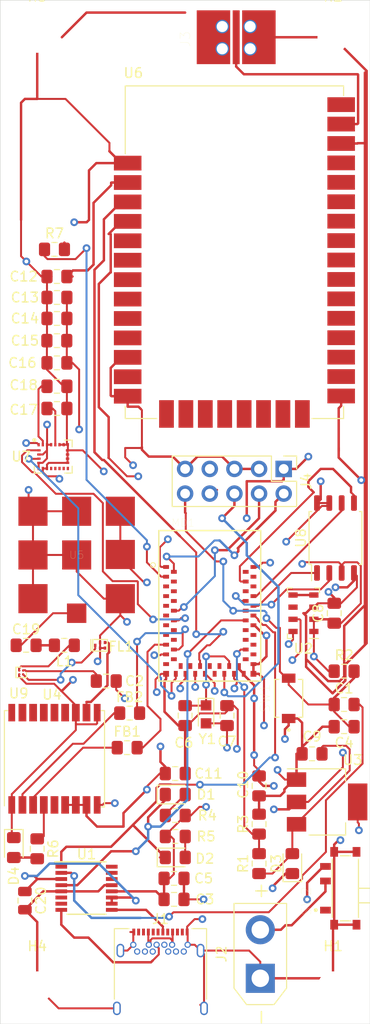
<source format=kicad_pcb>
(kicad_pcb (version 20171130) (host pcbnew "(5.1.4)-1")
  (layers (0 F.Cu signal hide) (1 GND power) (2 PWR power hide) (31 B.Cu signal hide) (34 B.Paste user hide) (35 F.Paste user hide) (36 B.SilkS user) (37 F.SilkS user) (38 B.Mask user) (39 F.Mask user hide) (44 Edge.Cuts user))
  (net 0 "")
  (net 1 RESET)
  (net 2 GND)
  (net 3 +3V3)
  (net 4 "Net-(C6-Pad1)")
  (net 5 "Net-(C7-Pad1)")
  (net 6 "Net-(D1-Pad2)")
  (net 7 TX0)
  (net 8 RXI)
  (net 9 "Net-(D2-Pad2)")
  (net 10 "Net-(J1-PadA2)")
  (net 11 "Net-(J1-PadA3)")
  (net 12 "Net-(J1-PadA4)")
  (net 13 "Net-(J1-PadA5)")
  (net 14 "Net-(J1-PadA6)")
  (net 15 "Net-(J1-PadA7)")
  (net 16 "Net-(J1-PadA10)")
  (net 17 "Net-(J1-PadA8)")
  (net 18 "Net-(J1-PadA11)")
  (net 19 "Net-(J1-PadB6)")
  (net 20 "Net-(J1-PadB7)")
  (net 21 "Net-(J1-PadB2)")
  (net 22 "Net-(J1-PadB3)")
  (net 23 "Net-(J1-PadB5)")
  (net 24 "Net-(J1-PadB8)")
  (net 25 "Net-(J1-PadB10)")
  (net 26 "Net-(J1-PadB11)")
  (net 27 "Net-(MD1-Pad32)")
  (net 28 "Net-(MD1-Pad30)")
  (net 29 "Net-(MD1-Pad26)")
  (net 30 "Net-(MD1-Pad24)")
  (net 31 "Net-(MD1-Pad31)")
  (net 32 "Net-(MD1-Pad57)")
  (net 33 "Net-(MD1-Pad55)")
  (net 34 "Net-(MD1-Pad45)")
  (net 35 "Net-(MD1-Pad43)")
  (net 36 "Net-(MD1-Pad41)")
  (net 37 "Net-(MD1-Pad54)")
  (net 38 "Net-(MD1-Pad46)")
  (net 39 "Net-(MD1-Pad44)")
  (net 40 "Net-(MD1-Pad40)")
  (net 41 "Net-(MD1-Pad21)")
  (net 42 "Net-(MD1-Pad20)")
  (net 43 TRANS_RX)
  (net 44 "Net-(MD1-Pad14)")
  (net 45 TRANS_TX)
  (net 46 "Net-(MD1-Pad15)")
  (net 47 "Net-(MD1-Pad9)")
  (net 48 "Net-(MD1-Pad5)")
  (net 49 "Net-(U1-Pad6)")
  (net 50 RTS)
  (net 51 Pressure_SCL)
  (net 52 Pressure_SDA)
  (net 53 GPS_RX)
  (net 54 GPS_TX)
  (net 55 "Net-(C12-Pad1)")
  (net 56 "Net-(FB1-Pad1)")
  (net 57 "Net-(FB2-Pad1)")
  (net 58 "Net-(U2-Pad6)")
  (net 59 "Net-(C9-Pad1)")
  (net 60 "Net-(D3-Pad1)")
  (net 61 "Net-(J3-Pad1)")
  (net 62 "Net-(R6-Pad1)")
  (net 63 "Net-(U2-Pad4)")
  (net 64 "Net-(U4-Pad5)")
  (net 65 "Net-(U4-Pad13)")
  (net 66 "Net-(U4-Pad14)")
  (net 67 "Net-(U4-Pad15)")
  (net 68 "Net-(U4-Pad16)")
  (net 69 "Net-(U4-Pad17)")
  (net 70 "Net-(U4-Pad18)")
  (net 71 "Net-(U6-Pad5)")
  (net 72 "Net-(U6-Pad6)")
  (net 73 "Net-(U6-Pad7)")
  (net 74 "Net-(U6-Pad8)")
  (net 75 "Net-(U6-Pad9)")
  (net 76 "Net-(U6-Pad10)")
  (net 77 "Net-(U6-Pad12)")
  (net 78 "Net-(U6-Pad14)")
  (net 79 "Net-(U6-Pad15)")
  (net 80 "Net-(U6-Pad16)")
  (net 81 "Net-(U6-Pad17)")
  (net 82 "Net-(U6-Pad18)")
  (net 83 "Net-(U6-Pad19)")
  (net 84 "Net-(U6-Pad20)")
  (net 85 "Net-(U6-Pad21)")
  (net 86 "Net-(U6-Pad23)")
  (net 87 "Net-(U6-Pad24)")
  (net 88 "Net-(U6-Pad25)")
  (net 89 "Net-(U6-Pad26)")
  (net 90 "Net-(U6-Pad27)")
  (net 91 "Net-(U6-Pad28)")
  (net 92 "Net-(U6-Pad29)")
  (net 93 "Net-(U6-Pad30)")
  (net 94 "Net-(U6-Pad31)")
  (net 95 "Net-(U6-Pad32)")
  (net 96 "Net-(U6-Pad33)")
  (net 97 "Net-(U6-Pad34)")
  (net 98 "Net-(U6-Pad37)")
  (net 99 "Net-(C17-Pad1)")
  (net 100 "Net-(C18-Pad1)")
  (net 101 SWDIO)
  (net 102 SWDCK)
  (net 103 A1)
  (net 104 "Net-(J4-Pad7)")
  (net 105 "Net-(U7-Pad9)")
  (net 106 "Net-(U7-Pad10)")
  (net 107 "Net-(U7-Pad11)")
  (net 108 "Net-(U7-Pad12)")
  (net 109 "Net-(U7-Pad13)")
  (net 110 "Net-(D4-Pad2)")
  (net 111 "Net-(FL1-Pad4)")
  (net 112 "Net-(FL1-Pad1)")
  (net 113 9_SCL)
  (net 114 gps_reset)
  (net 115 9_SDA)
  (net 116 v_measure)
  (net 117 "Net-(MD1-Pad7)")
  (net 118 "Net-(C2-Pad1)")
  (net 119 "Net-(C19-Pad2)")
  (net 120 "Net-(C19-Pad1)")
  (net 121 "Net-(L1-Pad1)")
  (net 122 "Net-(J4-Pad8)")
  (net 123 "Net-(J2-Pad2)")
  (net 124 MOSI_Flash)
  (net 125 MISO_Flash)
  (net 126 clk_flash)
  (net 127 cs_flash)
  (net 128 "Net-(LS1-PadP1)")
  (net 129 buzzer)
  (net 130 "Net-(MD1-Pad16)")
  (net 131 "Net-(MD1-Pad58)")
  (net 132 "Net-(MD1-Pad8)")
  (net 133 "Net-(MD1-Pad6)")
  (net 134 "Net-(MD1-Pad4)")
  (net 135 "Net-(MD1-Pad13)")
  (net 136 "Net-(MD1-Pad11)")
  (net 137 "Net-(SW2-Pad1)")
  (net 138 "Net-(C20-Pad1)")
  (net 139 "Net-(U1-Pad7)")
  (net 140 "Net-(U1-Pad14)")
  (net 141 "Net-(U1-Pad15)")
  (net 142 "Net-(U1-Pad16)")
  (module Sparkfun-Artemis:AMPHENOL_901-10512-1 (layer F.Cu) (at 171.631 38.1 90)
    (fp_text reference J3 (at -0.20347 -5.23825 90) (layer F.SilkS) (effects (font (size 1.002346 1.002346) (thickness 0.015))))
    (fp_text value 901-10512-1)
    (pad 1 smd rect (at 0 0 90) (size 5.54 0.72) (layers F.Cu F.Paste F.Mask) (net 61 "Net-(J3-Pad1)"))
    (pad G22 thru_hole circle (at 1.102 1.435 90) (size 1.4 1.4) (drill 1.14) (layers *.Cu *.Mask) (net 2 GND))
    (pad G12 thru_hole circle (at 1.102 -1.435 90) (size 1.4 1.4) (drill 1.14) (layers *.Cu *.Mask) (net 2 GND))
    (pad G21 thru_hole circle (at -1.19 1.435 90) (size 1.4 1.4) (drill 1.14) (layers *.Cu *.Mask) (net 2 GND))
    (pad G11 thru_hole circle (at -1.19 -1.435 90) (size 1.4 1.4) (drill 1.14) (layers *.Cu *.Mask) (net 2 GND))
    (pad G2 smd rect (at 0 2.34 90) (size 5.54 3.45) (layers F.Cu F.Paste F.Mask) (net 2 GND))
    (pad G1 smd rect (at 0 -2.34 90) (size 5.54 3.45) (layers F.Cu F.Paste F.Mask) (net 2 GND))
  )
  (module Connector_PinHeader_2.54mm:PinHeader_2x05_P2.54mm_Vertical (layer F.Cu) (at 176.53 82.55 270)
    (fp_text reference J4 (at 1.27 -2.33 90) (layer F.SilkS))
    (fp_text value Conn_ARM_JTAG_SWD_10)
    (pad 10 thru_hole oval (at 2.54 10.16 270) (size 1.7 1.7) (drill 1) (layers *.Cu *.Mask) (net 1 RESET))
    (pad 9 thru_hole oval (at 0 10.16 270) (size 1.7 1.7) (drill 1) (layers *.Cu *.Mask) (net 2 GND))
    (pad 8 thru_hole oval (at 2.54 7.62 270) (size 1.7 1.7) (drill 1) (layers *.Cu *.Mask) (net 122 "Net-(J4-Pad8)"))
    (pad 7 thru_hole oval (at 0 7.62 270) (size 1.7 1.7) (drill 1) (layers *.Cu *.Mask) (net 104 "Net-(J4-Pad7)"))
    (pad 6 thru_hole oval (at 2.54 5.08 270) (size 1.7 1.7) (drill 1) (layers *.Cu *.Mask) (net 103 A1))
    (pad 5 thru_hole oval (at 0 5.08 270) (size 1.7 1.7) (drill 1) (layers *.Cu *.Mask) (net 2 GND))
    (pad 4 thru_hole oval (at 2.54 2.54 270) (size 1.7 1.7) (drill 1) (layers *.Cu *.Mask) (net 102 SWDCK))
    (pad 3 thru_hole oval (at 0 2.54 270) (size 1.7 1.7) (drill 1) (layers *.Cu *.Mask) (net 2 GND))
    (pad 2 thru_hole oval (at 2.54 0 270) (size 1.7 1.7) (drill 1) (layers *.Cu *.Mask) (net 101 SWDIO))
    (pad 1 thru_hole rect (at 0 0 270) (size 1.7 1.7) (drill 1) (layers *.Cu *.Mask) (net 3 +3V3))
  )
  (module RF_Module:Digi_XBee_SMT (layer F.Cu) (at 171.45 60.96)
    (fp_text reference U6 (at -10.414 -19.177) (layer F.SilkS))
    (fp_text value XBee_SMT)
    (pad 1 smd rect (at -11 -9.9) (size 2.84 1.52) (layers F.Cu F.Paste F.Mask) (net 2 GND))
    (pad 2 smd rect (at -11 -7.9) (size 2.84 1.52) (layers F.Cu F.Paste F.Mask) (net 55 "Net-(C12-Pad1)"))
    (pad 3 smd rect (at -11 -5.9) (size 2.84 1.52) (layers F.Cu F.Paste F.Mask) (net 45 TRANS_TX))
    (pad 4 smd rect (at -11 -3.9) (size 2.84 1.52) (layers F.Cu F.Paste F.Mask) (net 43 TRANS_RX))
    (pad 5 smd rect (at -11 -1.9) (size 2.84 1.52) (layers F.Cu F.Paste F.Mask) (net 71 "Net-(U6-Pad5)"))
    (pad 6 smd rect (at -11 0.1) (size 2.84 1.52) (layers F.Cu F.Paste F.Mask) (net 72 "Net-(U6-Pad6)"))
    (pad 7 smd rect (at -11 2.1) (size 2.84 1.52) (layers F.Cu F.Paste F.Mask) (net 73 "Net-(U6-Pad7)"))
    (pad 8 smd rect (at -11 4.1) (size 2.84 1.52) (layers F.Cu F.Paste F.Mask) (net 74 "Net-(U6-Pad8)"))
    (pad 9 smd rect (at -11 6.1) (size 2.84 1.52) (layers F.Cu F.Paste F.Mask) (net 75 "Net-(U6-Pad9)"))
    (pad 10 smd rect (at -11 8.1) (size 2.84 1.52) (layers F.Cu F.Paste F.Mask) (net 76 "Net-(U6-Pad10)"))
    (pad 11 smd rect (at -11 10.1) (size 2.84 1.52) (layers F.Cu F.Paste F.Mask) (net 2 GND))
    (pad 12 smd rect (at -11 12.1) (size 2.84 1.52) (layers F.Cu F.Paste F.Mask) (net 77 "Net-(U6-Pad12)"))
    (pad 13 smd rect (at -11 14.1) (size 2.84 1.52) (layers F.Cu F.Paste F.Mask) (net 2 GND))
    (pad 14 smd rect (at -7 15.93 90) (size 2.84 1.52) (layers F.Cu F.Paste F.Mask) (net 78 "Net-(U6-Pad14)"))
    (pad 15 smd rect (at -5 15.93 90) (size 2.84 1.52) (layers F.Cu F.Paste F.Mask) (net 79 "Net-(U6-Pad15)"))
    (pad 16 smd rect (at -3 15.93 90) (size 2.84 1.52) (layers F.Cu F.Paste F.Mask) (net 80 "Net-(U6-Pad16)"))
    (pad 17 smd rect (at -1 15.93 90) (size 2.84 1.52) (layers F.Cu F.Paste F.Mask) (net 81 "Net-(U6-Pad17)"))
    (pad 18 smd rect (at 1 15.93 90) (size 2.84 1.52) (layers F.Cu F.Paste F.Mask) (net 82 "Net-(U6-Pad18)"))
    (pad 19 smd rect (at 3 15.93 90) (size 2.84 1.52) (layers F.Cu F.Paste F.Mask) (net 83 "Net-(U6-Pad19)"))
    (pad 20 smd rect (at 5 15.93 90) (size 2.84 1.52) (layers F.Cu F.Paste F.Mask) (net 84 "Net-(U6-Pad20)"))
    (pad 21 smd rect (at 7 15.93 90) (size 2.84 1.52) (layers F.Cu F.Paste F.Mask) (net 85 "Net-(U6-Pad21)"))
    (pad 22 smd rect (at 11 14.08) (size 2.84 1.52) (layers F.Cu F.Paste F.Mask) (net 2 GND))
    (pad 23 smd rect (at 11 12.08) (size 2.84 1.52) (layers F.Cu F.Paste F.Mask) (net 86 "Net-(U6-Pad23)"))
    (pad 24 smd rect (at 11 10.08) (size 2.84 1.52) (layers F.Cu F.Paste F.Mask) (net 87 "Net-(U6-Pad24)"))
    (pad 25 smd rect (at 11 8.08) (size 2.84 1.52) (layers F.Cu F.Paste F.Mask) (net 88 "Net-(U6-Pad25)"))
    (pad 26 smd rect (at 11 6.08) (size 2.84 1.52) (layers F.Cu F.Paste F.Mask) (net 89 "Net-(U6-Pad26)"))
    (pad 27 smd rect (at 11 4.08) (size 2.84 1.52) (layers F.Cu F.Paste F.Mask) (net 90 "Net-(U6-Pad27)"))
    (pad 28 smd rect (at 11 2.08) (size 2.84 1.52) (layers F.Cu F.Paste F.Mask) (net 91 "Net-(U6-Pad28)"))
    (pad 29 smd rect (at 11 0.08) (size 2.84 1.52) (layers F.Cu F.Paste F.Mask) (net 92 "Net-(U6-Pad29)"))
    (pad 30 smd rect (at 11 -1.92) (size 2.84 1.52) (layers F.Cu F.Paste F.Mask) (net 93 "Net-(U6-Pad30)"))
    (pad 31 smd rect (at 11 -3.92) (size 2.84 1.52) (layers F.Cu F.Paste F.Mask) (net 94 "Net-(U6-Pad31)"))
    (pad 32 smd rect (at 11 -5.92) (size 2.84 1.52) (layers F.Cu F.Paste F.Mask) (net 95 "Net-(U6-Pad32)"))
    (pad 33 smd rect (at 11 -7.92) (size 2.84 1.52) (layers F.Cu F.Paste F.Mask) (net 96 "Net-(U6-Pad33)"))
    (pad 34 smd rect (at 11 -9.92) (size 2.84 1.52) (layers F.Cu F.Paste F.Mask) (net 97 "Net-(U6-Pad34)"))
    (pad 35 smd rect (at 11 -11.92) (size 2.84 1.52) (layers F.Cu F.Paste F.Mask) (net 2 GND))
    (pad 36 smd rect (at 11 -13.92) (size 2.84 1.52) (layers F.Cu F.Paste F.Mask) (net 61 "Net-(J3-Pad1)"))
    (pad 37 smd rect (at 11 -15.92) (size 2.84 1.52) (layers F.Cu F.Paste F.Mask) (net 98 "Net-(U6-Pad37)"))
  )
  (module RF_Antenna:SGGP.12.4.A.02 (layer F.Cu) (at 155.194 91.409)
    (fp_text reference U5 (at 0 0) (layer F.SilkS) (effects (font (size 0.787402 0.787402) (thickness 0.015))))
    (fp_text value SGGP.12.4.A.02)
    (pad GND9 smd rect (at 4.5 4.5) (size 3 3) (layers F.Cu F.Paste F.Mask) (net 2 GND))
    (pad RF smd rect (at 0 6) (size 2 2) (layers F.Cu F.Paste F.Mask) (net 120 "Net-(C19-Pad1)"))
    (pad GND7 smd rect (at -4.5 4.5) (size 3 3) (layers F.Cu F.Paste F.Mask) (net 2 GND))
    (pad GND6 smd rect (at 4.5 -0.05) (size 3 3) (layers F.Cu F.Paste F.Mask) (net 2 GND))
    (pad GND5 smd rect (at 0 0) (size 3 3) (layers F.Cu F.Paste F.Mask) (net 2 GND))
    (pad GND4 smd rect (at -4.5 0) (size 3 3) (layers F.Cu F.Paste F.Mask) (net 2 GND))
    (pad GND3 smd rect (at 4.5 -4.5) (size 3 3) (layers F.Cu F.Paste F.Mask) (net 2 GND))
    (pad GND2 smd rect (at 0 -4.5) (size 3 3) (layers F.Cu F.Paste F.Mask) (net 2 GND))
    (pad GND1 smd rect (at -4.5 -4.5) (size 3 3) (layers F.Cu F.Paste F.Mask) (net 2 GND))
  )
  (module Capacitor_SMD:C_0805_2012Metric_Pad1.15x1.40mm_HandSolder (layer F.Cu) (at 182.753 106.807)
    (fp_text reference C1 (at 0 -1.65) (layer F.SilkS))
    (fp_text value 0.1uF)
    (pad 2 smd roundrect (at 1.025 0) (size 1.15 1.4) (layers F.Cu F.Paste F.Mask) (roundrect_rratio 0.217391) (net 50 RTS))
    (pad 1 smd roundrect (at -1.025 0) (size 1.15 1.4) (layers F.Cu F.Paste F.Mask) (roundrect_rratio 0.217391) (net 1 RESET))
  )
  (module Capacitor_SMD:C_0805_2012Metric_Pad1.15x1.40mm_HandSolder (layer F.Cu) (at 158.242 104.394)
    (fp_text reference C2 (at 2.921 0) (layer F.SilkS))
    (fp_text value "10 pf")
    (pad 2 smd roundrect (at 1.025 0) (size 1.15 1.4) (layers F.Cu F.Paste F.Mask) (roundrect_rratio 0.217391) (net 3 +3V3))
    (pad 1 smd roundrect (at -1.025 0) (size 1.15 1.4) (layers F.Cu F.Paste F.Mask) (roundrect_rratio 0.217391) (net 118 "Net-(C2-Pad1)"))
  )
  (module Capacitor_SMD:C_0805_2012Metric_Pad1.15x1.40mm_HandSolder (layer F.Cu) (at 165.227 126.873)
    (fp_text reference C3 (at 3.175 0) (layer F.SilkS))
    (fp_text value 0.1uF)
    (pad 2 smd roundrect (at 1.025 0) (size 1.15 1.4) (layers F.Cu F.Paste F.Mask) (roundrect_rratio 0.217391) (net 2 GND))
    (pad 1 smd roundrect (at -1.025 0) (size 1.15 1.4) (layers F.Cu F.Paste F.Mask) (roundrect_rratio 0.217391) (net 3 +3V3))
  )
  (module Capacitor_SMD:C_0805_2012Metric_Pad1.15x1.40mm_HandSolder (layer F.Cu) (at 182.753 109.093 180)
    (fp_text reference C4 (at 0 -1.65) (layer F.SilkS))
    (fp_text value 1nF)
    (pad 1 smd roundrect (at -1.025 0 180) (size 1.15 1.4) (layers F.Cu F.Paste F.Mask) (roundrect_rratio 0.217391) (net 1 RESET))
    (pad 2 smd roundrect (at 1.025 0 180) (size 1.15 1.4) (layers F.Cu F.Paste F.Mask) (roundrect_rratio 0.217391) (net 2 GND))
  )
  (module Capacitor_SMD:C_0805_2012Metric_Pad1.15x1.40mm_HandSolder (layer F.Cu) (at 165.227 124.714)
    (fp_text reference C5 (at 3.048 0) (layer F.SilkS))
    (fp_text value 10nF)
    (pad 2 smd roundrect (at 1.025 0) (size 1.15 1.4) (layers F.Cu F.Paste F.Mask) (roundrect_rratio 0.217391) (net 2 GND))
    (pad 1 smd roundrect (at -1.025 0) (size 1.15 1.4) (layers F.Cu F.Paste F.Mask) (roundrect_rratio 0.217391) (net 3 +3V3))
  )
  (module Capacitor_SMD:C_0805_2012Metric_Pad1.15x1.40mm_HandSolder (layer F.Cu) (at 166.37 107.95 270)
    (fp_text reference C6 (at 2.794 0.127 180) (layer F.SilkS))
    (fp_text value "15 pf")
    (pad 2 smd roundrect (at 1.025 0 270) (size 1.15 1.4) (layers F.Cu F.Paste F.Mask) (roundrect_rratio 0.217391) (net 2 GND))
    (pad 1 smd roundrect (at -1.025 0 270) (size 1.15 1.4) (layers F.Cu F.Paste F.Mask) (roundrect_rratio 0.217391) (net 4 "Net-(C6-Pad1)"))
  )
  (module Capacitor_SMD:C_0805_2012Metric_Pad1.15x1.40mm_HandSolder (layer F.Cu) (at 170.688 107.95 90)
    (fp_text reference C7 (at -2.667 0 180) (layer F.SilkS))
    (fp_text value "15 pf")
    (pad 1 smd roundrect (at -1.025 0 90) (size 1.15 1.4) (layers F.Cu F.Paste F.Mask) (roundrect_rratio 0.217391) (net 5 "Net-(C7-Pad1)"))
    (pad 2 smd roundrect (at 1.025 0 90) (size 1.15 1.4) (layers F.Cu F.Paste F.Mask) (roundrect_rratio 0.217391) (net 2 GND))
  )
  (module Capacitor_SMD:C_0805_2012Metric_Pad1.15x1.40mm_HandSolder (layer F.Cu) (at 181.737 97.409 90)
    (fp_text reference C8 (at 0 -1.65 90) (layer F.SilkS))
    (fp_text value 100nF)
    (pad 1 smd roundrect (at -1.025 0 90) (size 1.15 1.4) (layers F.Cu F.Paste F.Mask) (roundrect_rratio 0.217391) (net 3 +3V3))
    (pad 2 smd roundrect (at 1.025 0 90) (size 1.15 1.4) (layers F.Cu F.Paste F.Mask) (roundrect_rratio 0.217391) (net 2 GND))
  )
  (module Capacitor_SMD:C_0805_2012Metric_Pad1.15x1.40mm_HandSolder (layer F.Cu) (at 179.451 111.887 180)
    (fp_text reference C9 (at 0 1.778) (layer F.SilkS))
    (fp_text value 100nF)
    (pad 1 smd roundrect (at -1.025 0 180) (size 1.15 1.4) (layers F.Cu F.Paste F.Mask) (roundrect_rratio 0.217391) (net 59 "Net-(C9-Pad1)"))
    (pad 2 smd roundrect (at 1.025 0 180) (size 1.15 1.4) (layers F.Cu F.Paste F.Mask) (roundrect_rratio 0.217391) (net 2 GND))
  )
  (module Capacitor_SMD:C_0805_2012Metric_Pad1.15x1.40mm_HandSolder (layer F.Cu) (at 173.99 115.189 270)
    (fp_text reference C10 (at -0.127 1.651 90) (layer F.SilkS))
    (fp_text value 10uF)
    (pad 2 smd roundrect (at 1.025 0 270) (size 1.15 1.4) (layers F.Cu F.Paste F.Mask) (roundrect_rratio 0.217391) (net 2 GND))
    (pad 1 smd roundrect (at -1.025 0 270) (size 1.15 1.4) (layers F.Cu F.Paste F.Mask) (roundrect_rratio 0.217391) (net 3 +3V3))
  )
  (module Capacitor_SMD:C_0805_2012Metric_Pad1.15x1.40mm_HandSolder (layer F.Cu) (at 165.354 113.919)
    (fp_text reference C11 (at 3.429 0) (layer F.SilkS))
    (fp_text value 0.1uF)
    (pad 1 smd roundrect (at -1.025 0) (size 1.15 1.4) (layers F.Cu F.Paste F.Mask) (roundrect_rratio 0.217391) (net 3 +3V3))
    (pad 2 smd roundrect (at 1.025 0) (size 1.15 1.4) (layers F.Cu F.Paste F.Mask) (roundrect_rratio 0.217391) (net 2 GND))
  )
  (module Capacitor_SMD:C_0805_2012Metric_Pad1.15x1.40mm_HandSolder (layer F.Cu) (at 153.162 62.738 180)
    (fp_text reference C12 (at 3.429 0) (layer F.SilkS))
    (fp_text value 100pF)
    (pad 1 smd roundrect (at -1.025 0 180) (size 1.15 1.4) (layers F.Cu F.Paste F.Mask) (roundrect_rratio 0.217391) (net 55 "Net-(C12-Pad1)"))
    (pad 2 smd roundrect (at 1.025 0 180) (size 1.15 1.4) (layers F.Cu F.Paste F.Mask) (roundrect_rratio 0.217391) (net 2 GND))
  )
  (module Capacitor_SMD:C_0805_2012Metric_Pad1.15x1.40mm_HandSolder (layer F.Cu) (at 153.162 64.897 180)
    (fp_text reference C13 (at 3.302 0) (layer F.SilkS))
    (fp_text value 1.0uF)
    (pad 2 smd roundrect (at 1.025 0 180) (size 1.15 1.4) (layers F.Cu F.Paste F.Mask) (roundrect_rratio 0.217391) (net 2 GND))
    (pad 1 smd roundrect (at -1.025 0 180) (size 1.15 1.4) (layers F.Cu F.Paste F.Mask) (roundrect_rratio 0.217391) (net 3 +3V3))
  )
  (module Capacitor_SMD:C_0805_2012Metric_Pad1.15x1.40mm_HandSolder (layer F.Cu) (at 153.162 67.056 180)
    (fp_text reference C14 (at 3.302 0) (layer F.SilkS))
    (fp_text value 10uF)
    (pad 2 smd roundrect (at 1.025 0 180) (size 1.15 1.4) (layers F.Cu F.Paste F.Mask) (roundrect_rratio 0.217391) (net 2 GND))
    (pad 1 smd roundrect (at -1.025 0 180) (size 1.15 1.4) (layers F.Cu F.Paste F.Mask) (roundrect_rratio 0.217391) (net 3 +3V3))
  )
  (module Capacitor_SMD:C_0805_2012Metric_Pad1.15x1.40mm_HandSolder (layer F.Cu) (at 153.153 69.342 180)
    (fp_text reference C15 (at 3.293 0) (layer F.SilkS))
    (fp_text value 0.1uF)
    (pad 1 smd roundrect (at -1.025 0 180) (size 1.15 1.4) (layers F.Cu F.Paste F.Mask) (roundrect_rratio 0.217391) (net 3 +3V3))
    (pad 2 smd roundrect (at 1.025 0 180) (size 1.15 1.4) (layers F.Cu F.Paste F.Mask) (roundrect_rratio 0.217391) (net 2 GND))
  )
  (module Capacitor_SMD:C_0805_2012Metric_Pad1.15x1.40mm_HandSolder (layer F.Cu) (at 153.162 71.628 180)
    (fp_text reference C16 (at 3.556 0) (layer F.SilkS))
    (fp_text value 0.1uF)
    (pad 1 smd roundrect (at -1.025 0 180) (size 1.15 1.4) (layers F.Cu F.Paste F.Mask) (roundrect_rratio 0.217391) (net 3 +3V3))
    (pad 2 smd roundrect (at 1.025 0 180) (size 1.15 1.4) (layers F.Cu F.Paste F.Mask) (roundrect_rratio 0.217391) (net 2 GND))
  )
  (module Capacitor_SMD:C_0805_2012Metric_Pad1.15x1.40mm_HandSolder (layer F.Cu) (at 153.162 76.327)
    (fp_text reference C17 (at -3.429 0.127) (layer F.SilkS))
    (fp_text value 10nF)
    (pad 1 smd roundrect (at -1.025 0) (size 1.15 1.4) (layers F.Cu F.Paste F.Mask) (roundrect_rratio 0.217391) (net 99 "Net-(C17-Pad1)"))
    (pad 2 smd roundrect (at 1.025 0) (size 1.15 1.4) (layers F.Cu F.Paste F.Mask) (roundrect_rratio 0.217391) (net 2 GND))
  )
  (module Capacitor_SMD:C_0805_2012Metric_Pad1.15x1.40mm_HandSolder (layer F.Cu) (at 153.162 74.041)
    (fp_text reference C18 (at -3.429 -0.127) (layer F.SilkS))
    (fp_text value 0.1uF)
    (pad 2 smd roundrect (at 1.025 0) (size 1.15 1.4) (layers F.Cu F.Paste F.Mask) (roundrect_rratio 0.217391) (net 2 GND))
    (pad 1 smd roundrect (at -1.025 0) (size 1.15 1.4) (layers F.Cu F.Paste F.Mask) (roundrect_rratio 0.217391) (net 100 "Net-(C18-Pad1)"))
  )
  (module Capacitor_SMD:C_0805_2012Metric_Pad1.15x1.40mm_HandSolder (layer F.Cu) (at 149.987 100.711)
    (fp_text reference C19 (at 0 -1.65) (layer F.SilkS))
    (fp_text value "100 nf")
    (pad 1 smd roundrect (at -1.025 0) (size 1.15 1.4) (layers F.Cu F.Paste F.Mask) (roundrect_rratio 0.217391) (net 120 "Net-(C19-Pad1)"))
    (pad 2 smd roundrect (at 1.025 0) (size 1.15 1.4) (layers F.Cu F.Paste F.Mask) (roundrect_rratio 0.217391) (net 119 "Net-(C19-Pad2)"))
  )
  (module LED_SMD:LED_0805_2012Metric_Pad1.15x1.40mm_HandSolder (layer F.Cu) (at 165.354 116.078)
    (fp_text reference D1 (at 3.175 0) (layer F.SilkS))
    (fp_text value LED)
    (pad 1 smd roundrect (at -1.025 0) (size 1.15 1.4) (layers F.Cu F.Paste F.Mask) (roundrect_rratio 0.217391) (net 8 RXI))
    (pad 2 smd roundrect (at 1.025 0) (size 1.15 1.4) (layers F.Cu F.Paste F.Mask) (roundrect_rratio 0.217391) (net 6 "Net-(D1-Pad2)"))
  )
  (module LED_SMD:LED_0805_2012Metric_Pad1.15x1.40mm_HandSolder (layer F.Cu) (at 165.354 122.555)
    (fp_text reference D2 (at 3.048 0.127) (layer F.SilkS))
    (fp_text value LED)
    (pad 2 smd roundrect (at 1.025 0) (size 1.15 1.4) (layers F.Cu F.Paste F.Mask) (roundrect_rratio 0.217391) (net 9 "Net-(D2-Pad2)"))
    (pad 1 smd roundrect (at -1.025 0) (size 1.15 1.4) (layers F.Cu F.Paste F.Mask) (roundrect_rratio 0.217391) (net 7 TX0))
  )
  (module Diode_SMD:D_0805_2012Metric_Pad1.15x1.40mm_HandSolder (layer F.Cu) (at 177.419 123.19 90)
    (fp_text reference D3 (at 0 -1.65 90) (layer F.SilkS))
    (fp_text value DIODE)
    (pad 1 smd roundrect (at -1.025 0 90) (size 1.15 1.4) (layers F.Cu F.Paste F.Mask) (roundrect_rratio 0.217391) (net 60 "Net-(D3-Pad1)"))
    (pad 2 smd roundrect (at 1.025 0 90) (size 1.15 1.4) (layers F.Cu F.Paste F.Mask) (roundrect_rratio 0.217391) (net 59 "Net-(C9-Pad1)"))
  )
  (module LED_SMD:LED_0805_2012Metric_Pad1.15x1.40mm_HandSolder (layer F.Cu) (at 148.717 121.539 270)
    (fp_text reference D4 (at 2.921 0 90) (layer F.SilkS))
    (fp_text value LED)
    (pad 1 smd roundrect (at -1.025 0 270) (size 1.15 1.4) (layers F.Cu F.Paste F.Mask) (roundrect_rratio 0.217391) (net 2 GND))
    (pad 2 smd roundrect (at 1.025 0 270) (size 1.15 1.4) (layers F.Cu F.Paste F.Mask) (roundrect_rratio 0.217391) (net 110 "Net-(D4-Pad2)"))
  )
  (module Capacitor_SMD:C_0805_2012Metric_Pad1.15x1.40mm_HandSolder (layer F.Cu) (at 160.401 111.252)
    (fp_text reference FB1 (at 0 -1.651) (layer F.SilkS))
    (fp_text value Ferrite_Bead_Small)
    (pad 2 smd roundrect (at 1.025 0) (size 1.15 1.4) (layers F.Cu F.Paste F.Mask) (roundrect_rratio 0.217391) (net 53 GPS_RX))
    (pad 1 smd roundrect (at -1.025 0) (size 1.15 1.4) (layers F.Cu F.Paste F.Mask) (roundrect_rratio 0.217391) (net 56 "Net-(FB1-Pad1)"))
  )
  (module Capacitor_SMD:C_0805_2012Metric_Pad1.15x1.40mm_HandSolder (layer F.Cu) (at 160.655 107.696)
    (fp_text reference FB2 (at 0 -1.65) (layer F.SilkS))
    (fp_text value Ferrite_Bead_Small)
    (pad 1 smd roundrect (at -1.025 0) (size 1.15 1.4) (layers F.Cu F.Paste F.Mask) (roundrect_rratio 0.217391) (net 57 "Net-(FB2-Pad1)"))
    (pad 2 smd roundrect (at 1.025 0) (size 1.15 1.4) (layers F.Cu F.Paste F.Mask) (roundrect_rratio 0.217391) (net 54 GPS_TX))
  )
  (module Filter:Filter_1411-5_1.4x1.1mm (layer F.Cu) (at 157.607 100.711)
    (fp_text reference FL1 (at 2.159 0.127) (layer F.SilkS))
    (fp_text value SAFFA1G58KA0F0A)
    (pad 5 smd rect (at 0 -0.2875 90) (size 0.325 0.25) (layers F.Cu F.Paste F.Mask) (net 2 GND))
    (pad 4 smd rect (at 0.5 -0.2875 90) (size 0.325 0.25) (layers F.Cu F.Paste F.Mask) (net 111 "Net-(FL1-Pad4)"))
    (pad 3 smd rect (at 0.5 0.2875 90) (size 0.325 0.25) (layers F.Cu F.Paste F.Mask) (net 2 GND))
    (pad 2 smd rect (at 0 0.2875 90) (size 0.325 0.25) (layers F.Cu F.Paste F.Mask) (net 2 GND))
    (pad 1 smd rect (at -0.5 0 90) (size 0.325 0.25) (layers F.Cu F.Paste F.Mask) (net 112 "Net-(FL1-Pad1)"))
  )
  (module MountingHole:MountingHole_3.2mm_M3 (layer F.Cu) (at 181.61 135.89)
    (fp_text reference H1 (at 0 -4.2) (layer F.SilkS))
    (fp_text value MountingHole_Pad)
    (pad 1 np_thru_hole circle (at 0 0) (size 3.2 3.2) (drill 3.2) (layers *.Cu *.Mask) (net 2 GND))
  )
  (module MountingHole:MountingHole_3.2mm_M3 (layer F.Cu) (at 181.61 38.1)
    (fp_text reference H2 (at 0 -4.2) (layer F.SilkS))
    (fp_text value MountingHole_Pad)
    (pad 1 np_thru_hole circle (at 0 0) (size 3.2 3.2) (drill 3.2) (layers *.Cu *.Mask) (net 2 GND))
  )
  (module MountingHole:MountingHole_3.2mm_M3 (layer F.Cu) (at 151.13 38.1)
    (fp_text reference H3 (at 0 -4.2) (layer F.SilkS))
    (fp_text value MountingHole_Pad)
    (pad 1 np_thru_hole circle (at 0 0) (size 3.2 3.2) (drill 3.2) (layers *.Cu *.Mask) (net 2 GND))
  )
  (module MountingHole:MountingHole_3.2mm_M3 (layer F.Cu) (at 151.13 135.89)
    (fp_text reference H4 (at 0 -4.2) (layer F.SilkS))
    (fp_text value MountingHole_Pad)
    (pad 1 np_thru_hole circle (at 0 0) (size 3.2 3.2) (drill 3.2) (layers *.Cu *.Mask) (net 2 GND))
  )
  (module Connector_USB:USB_C_Receptacle_Amphenol_12401548E4-2A (layer F.Cu) (at 163.83 135.255)
    (fp_text reference J1 (at 0 -6.36) (layer F.SilkS))
    (fp_text value USB_C_Receptacle)
    (pad S1 thru_hole oval (at -4.13 -3.11) (size 0.8 1.4) (drill oval 0.5 1.1) (layers *.Cu *.Mask) (net 2 GND))
    (pad A1 smd rect (at -2.75 -5.02) (size 0.3 0.7) (layers F.Cu F.Paste F.Mask) (net 2 GND))
    (pad A2 smd rect (at -2.25 -5.02) (size 0.3 0.7) (layers F.Cu F.Paste F.Mask) (net 10 "Net-(J1-PadA2)"))
    (pad A3 smd rect (at -1.75 -5.02) (size 0.3 0.7) (layers F.Cu F.Paste F.Mask) (net 11 "Net-(J1-PadA3)"))
    (pad A4 smd rect (at -1.25 -5.02) (size 0.3 0.7) (layers F.Cu F.Paste F.Mask) (net 12 "Net-(J1-PadA4)"))
    (pad A5 smd rect (at -0.75 -5.02) (size 0.3 0.7) (layers F.Cu F.Paste F.Mask) (net 13 "Net-(J1-PadA5)"))
    (pad A6 smd rect (at -0.25 -5.02) (size 0.3 0.7) (layers F.Cu F.Paste F.Mask) (net 14 "Net-(J1-PadA6)"))
    (pad A7 smd rect (at 0.25 -5.02) (size 0.3 0.7) (layers F.Cu F.Paste F.Mask) (net 15 "Net-(J1-PadA7)"))
    (pad A12 smd rect (at 2.75 -5.02) (size 0.3 0.7) (layers F.Cu F.Paste F.Mask) (net 2 GND))
    (pad A10 smd rect (at 1.75 -5.02) (size 0.3 0.7) (layers F.Cu F.Paste F.Mask) (net 16 "Net-(J1-PadA10)"))
    (pad A9 smd rect (at 1.25 -5.02) (size 0.3 0.7) (layers F.Cu F.Paste F.Mask) (net 12 "Net-(J1-PadA4)"))
    (pad A8 smd rect (at 0.75 -5.02) (size 0.3 0.7) (layers F.Cu F.Paste F.Mask) (net 17 "Net-(J1-PadA8)"))
    (pad A11 smd rect (at 2.25 -5.02) (size 0.3 0.7) (layers F.Cu F.Paste F.Mask) (net 18 "Net-(J1-PadA11)"))
    (pad S1 thru_hole oval (at 4.13 -3.11) (size 0.8 1.4) (drill oval 0.5 1.1) (layers *.Cu *.Mask) (net 2 GND))
    (pad S1 thru_hole oval (at 4.49 2.84) (size 0.8 1.4) (drill oval 0.5 1.1) (layers *.Cu *.Mask) (net 2 GND))
    (pad S1 thru_hole oval (at -4.49 2.84) (size 0.8 1.4) (drill oval 0.5 1.1) (layers *.Cu *.Mask) (net 2 GND))
    (pad "" np_thru_hole oval (at 3.6 -4.36) (size 0.95 0.65) (drill oval 0.95 0.65) (layers *.Cu *.Mask))
    (pad "" np_thru_hole circle (at -3.6 -4.36) (size 0.65 0.65) (drill 0.65) (layers *.Cu *.Mask))
    (pad B1 thru_hole circle (at 2.8 -3.71) (size 0.65 0.65) (drill 0.4) (layers *.Cu *.Mask) (net 2 GND))
    (pad B4 thru_hole circle (at 1.2 -3.71) (size 0.65 0.65) (drill 0.4) (layers *.Cu *.Mask) (net 12 "Net-(J1-PadA4)"))
    (pad B6 thru_hole circle (at 0.4 -3.71) (size 0.65 0.65) (drill 0.4) (layers *.Cu *.Mask) (net 19 "Net-(J1-PadB6)"))
    (pad B7 thru_hole circle (at -0.4 -3.71) (size 0.65 0.65) (drill 0.4) (layers *.Cu *.Mask) (net 20 "Net-(J1-PadB7)"))
    (pad B9 thru_hole circle (at -1.2 -3.71) (size 0.65 0.65) (drill 0.4) (layers *.Cu *.Mask) (net 12 "Net-(J1-PadA4)"))
    (pad B12 thru_hole circle (at -2.8 -3.71) (size 0.65 0.65) (drill 0.4) (layers *.Cu *.Mask) (net 2 GND))
    (pad B2 thru_hole circle (at 2.4 -3.01) (size 0.65 0.65) (drill 0.4) (layers *.Cu *.Mask) (net 21 "Net-(J1-PadB2)"))
    (pad B3 thru_hole circle (at 1.6 -3.01) (size 0.65 0.65) (drill 0.4) (layers *.Cu *.Mask) (net 22 "Net-(J1-PadB3)"))
    (pad B5 thru_hole circle (at 0.8 -3.01) (size 0.65 0.65) (drill 0.4) (layers *.Cu *.Mask) (net 23 "Net-(J1-PadB5)"))
    (pad B8 thru_hole circle (at -0.8 -3.01) (size 0.65 0.65) (drill 0.4) (layers *.Cu *.Mask) (net 24 "Net-(J1-PadB8)"))
    (pad B10 thru_hole circle (at -1.6 -3.01) (size 0.65 0.65) (drill 0.4) (layers *.Cu *.Mask) (net 25 "Net-(J1-PadB10)"))
    (pad B11 thru_hole circle (at -2.4 -3.01) (size 0.65 0.65) (drill 0.4) (layers *.Cu *.Mask) (net 26 "Net-(J1-PadB11)"))
  )
  (module Connector_AMASS:AMASS_XT30UPB-F_1x02_P5.0mm_Vertical (layer F.Cu) (at 174.117 135.001 90)
    (fp_text reference J2 (at 2.5 -4 90) (layer F.SilkS))
    (fp_text value Screw_Terminal_01x02)
    (fp_text user + (at 9 0 90) (layer F.SilkS) (effects (font (size 1.5 1.5))))
    (fp_text user - (at -4 0 90) (layer F.SilkS) (effects (font (size 1.5 1.5))))
    (pad 1 thru_hole rect (at 0 0 90) (size 3 3) (drill 1.8) (layers *.Cu *.Mask) (net 2 GND))
    (pad 2 thru_hole circle (at 5 0 90) (size 3 3) (drill 1.8) (layers *.Cu *.Mask) (net 123 "Net-(J2-Pad2)"))
  )
  (module Inductor_SMD:L_0805_2012Metric_Pad1.15x1.40mm_HandSolder (layer F.Cu) (at 153.924 100.711 180)
    (fp_text reference L1 (at 0 -1.65) (layer F.SilkS))
    (fp_text value "6.8 nH")
    (pad 1 smd roundrect (at -1.025 0 180) (size 1.15 1.4) (layers F.Cu F.Paste F.Mask) (roundrect_rratio 0.217391) (net 121 "Net-(L1-Pad1)"))
    (pad 2 smd roundrect (at 1.025 0 180) (size 1.15 1.4) (layers F.Cu F.Paste F.Mask) (roundrect_rratio 0.217391) (net 119 "Net-(C19-Pad2)"))
  )
  (module Sparkfun-Artemis:SPARKFUN_WRL-15376 (layer F.Cu) (at 168.91 96.647)
    (fp_text reference MD1 (at -2.75 -8.55) (layer F.SilkS) (effects (font (size 0.787402 0.787402) (thickness 0.015))))
    (fp_text value SPARKFUN_WRL-15376)
    (pad 38 smd rect (at 4.5 7) (size 0.6 0.6) (layers F.Cu F.Paste F.Mask) (net 2 GND))
    (pad 22 smd rect (at -4.5 7) (size 0.6 0.6) (layers F.Cu F.Paste F.Mask) (net 2 GND))
    (pad 36 smd rect (at 3 6.2) (size 0.4 0.6) (layers F.Cu F.Paste F.Mask) (net 3 +3V3))
    (pad 34 smd rect (at 2 6.2) (size 0.4 0.6) (layers F.Cu F.Paste F.Mask) (net 4 "Net-(C6-Pad1)"))
    (pad 32 smd rect (at 1 6.2) (size 0.4 0.6) (layers F.Cu F.Paste F.Mask) (net 27 "Net-(MD1-Pad32)"))
    (pad 30 smd rect (at 0 6.2) (size 0.4 0.6) (layers F.Cu F.Paste F.Mask) (net 28 "Net-(MD1-Pad30)"))
    (pad 28 smd rect (at -1 6.2) (size 0.4 0.6) (layers F.Cu F.Paste F.Mask) (net 45 TRANS_TX))
    (pad 26 smd rect (at -2 6.2) (size 0.4 0.6) (layers F.Cu F.Paste F.Mask) (net 29 "Net-(MD1-Pad26)"))
    (pad 24 smd rect (at -3 6.2) (size 0.4 0.6) (layers F.Cu F.Paste F.Mask) (net 30 "Net-(MD1-Pad24)"))
    (pad 37 smd rect (at 3.5 7) (size 0.4 0.6) (layers F.Cu F.Paste F.Mask) (net 3 +3V3))
    (pad 35 smd rect (at 2.5 7) (size 0.4 0.6) (layers F.Cu F.Paste F.Mask) (net 5 "Net-(C7-Pad1)"))
    (pad 33 smd rect (at 1.5 7) (size 0.4 0.6) (layers F.Cu F.Paste F.Mask) (net 103 A1))
    (pad 31 smd rect (at 0.5 7) (size 0.4 0.6) (layers F.Cu F.Paste F.Mask) (net 31 "Net-(MD1-Pad31)"))
    (pad 29 smd rect (at -0.5 7) (size 0.4 0.6) (layers F.Cu F.Paste F.Mask) (net 114 gps_reset))
    (pad 27 smd rect (at -1.5 7) (size 0.4 0.6) (layers F.Cu F.Paste F.Mask) (net 43 TRANS_RX))
    (pad 25 smd rect (at -2.5 7) (size 0.4 0.6) (layers F.Cu F.Paste F.Mask) (net 52 Pressure_SDA))
    (pad 23 smd rect (at -3.5 7) (size 0.4 0.6) (layers F.Cu F.Paste F.Mask) (net 115 9_SDA))
    (pad 59 smd rect (at 4.5 -4) (size 0.6 0.4) (layers F.Cu F.Paste F.Mask) (net 2 GND))
    (pad 57 smd rect (at 4.5 -3) (size 0.6 0.4) (layers F.Cu F.Paste F.Mask) (net 32 "Net-(MD1-Pad57)"))
    (pad 55 smd rect (at 4.5 -2) (size 0.6 0.4) (layers F.Cu F.Paste F.Mask) (net 33 "Net-(MD1-Pad55)"))
    (pad 53 smd rect (at 4.5 -1) (size 0.6 0.4) (layers F.Cu F.Paste F.Mask) (net 126 clk_flash))
    (pad 51 smd rect (at 4.5 0) (size 0.6 0.4) (layers F.Cu F.Paste F.Mask) (net 127 cs_flash))
    (pad 49 smd rect (at 4.5 1) (size 0.6 0.4) (layers F.Cu F.Paste F.Mask) (net 7 TX0))
    (pad 47 smd rect (at 4.5 2) (size 0.6 0.4) (layers F.Cu F.Paste F.Mask) (net 2 GND))
    (pad 45 smd rect (at 4.5 3) (size 0.6 0.4) (layers F.Cu F.Paste F.Mask) (net 34 "Net-(MD1-Pad45)"))
    (pad 43 smd rect (at 4.5 4) (size 0.6 0.4) (layers F.Cu F.Paste F.Mask) (net 35 "Net-(MD1-Pad43)"))
    (pad 41 smd rect (at 4.5 5) (size 0.6 0.4) (layers F.Cu F.Paste F.Mask) (net 36 "Net-(MD1-Pad41)"))
    (pad 39 smd rect (at 4.5 6) (size 0.6 0.4) (layers F.Cu F.Paste F.Mask) (net 2 GND))
    (pad 58 smd rect (at 3.7 -3.5) (size 0.6 0.4) (layers F.Cu F.Paste F.Mask) (net 131 "Net-(MD1-Pad58)"))
    (pad 56 smd rect (at 3.7 -2.5) (size 0.6 0.4) (layers F.Cu F.Paste F.Mask) (net 124 MOSI_Flash))
    (pad 54 smd rect (at 3.7 -1.5) (size 0.6 0.4) (layers F.Cu F.Paste F.Mask) (net 37 "Net-(MD1-Pad54)"))
    (pad 52 smd rect (at 3.7 -0.5) (size 0.6 0.4) (layers F.Cu F.Paste F.Mask) (net 125 MISO_Flash))
    (pad 50 smd rect (at 3.7 0.5) (size 0.6 0.4) (layers F.Cu F.Paste F.Mask) (net 1 RESET))
    (pad 48 smd rect (at 3.7 1.5) (size 0.6 0.4) (layers F.Cu F.Paste F.Mask) (net 8 RXI))
    (pad 46 smd rect (at 3.7 2.5) (size 0.6 0.4) (layers F.Cu F.Paste F.Mask) (net 38 "Net-(MD1-Pad46)"))
    (pad 44 smd rect (at 3.7 3.5) (size 0.6 0.4) (layers F.Cu F.Paste F.Mask) (net 39 "Net-(MD1-Pad44)"))
    (pad 42 smd rect (at 3.7 4.5) (size 0.6 0.4) (layers F.Cu F.Paste F.Mask) (net 116 v_measure))
    (pad 40 smd rect (at 3.7 5.5) (size 0.6 0.4) (layers F.Cu F.Paste F.Mask) (net 40 "Net-(MD1-Pad40)"))
    (pad 21 smd rect (at -4.5 6) (size 0.6 0.4) (layers F.Cu F.Paste F.Mask) (net 41 "Net-(MD1-Pad21)"))
    (pad 20 smd rect (at -3.7 5.5) (size 0.6 0.4) (layers F.Cu F.Paste F.Mask) (net 42 "Net-(MD1-Pad20)"))
    (pad 18 smd rect (at -3.7 4.5) (size 0.6 0.4) (layers F.Cu F.Paste F.Mask) (net 54 GPS_TX))
    (pad 16 smd rect (at -3.7 3.5) (size 0.6 0.4) (layers F.Cu F.Paste F.Mask) (net 130 "Net-(MD1-Pad16)"))
    (pad 14 smd rect (at -3.7 2.5) (size 0.6 0.4) (layers F.Cu F.Paste F.Mask) (net 44 "Net-(MD1-Pad14)"))
    (pad 12 smd rect (at -3.7 1.5) (size 0.6 0.4) (layers F.Cu F.Paste F.Mask) (net 113 9_SCL))
    (pad 10 smd rect (at -3.7 0.5) (size 0.6 0.4) (layers F.Cu F.Paste F.Mask) (net 102 SWDCK))
    (pad 8 smd rect (at -3.7 -0.5) (size 0.6 0.4) (layers F.Cu F.Paste F.Mask) (net 132 "Net-(MD1-Pad8)"))
    (pad 6 smd rect (at -3.7 -1.5) (size 0.6 0.4) (layers F.Cu F.Paste F.Mask) (net 133 "Net-(MD1-Pad6)"))
    (pad 4 smd rect (at -3.7 -2.5) (size 0.6 0.4) (layers F.Cu F.Paste F.Mask) (net 134 "Net-(MD1-Pad4)"))
    (pad 2 smd rect (at -3.7 -3.5) (size 0.6 0.4) (layers F.Cu F.Paste F.Mask) (net 101 SWDIO))
    (pad 19 smd rect (at -4.5 5) (size 0.6 0.4) (layers F.Cu F.Paste F.Mask) (net 51 Pressure_SCL))
    (pad 17 smd rect (at -4.5 4) (size 0.6 0.4) (layers F.Cu F.Paste F.Mask) (net 53 GPS_RX))
    (pad 15 smd rect (at -4.5 3) (size 0.6 0.4) (layers F.Cu F.Paste F.Mask) (net 46 "Net-(MD1-Pad15)"))
    (pad 13 smd rect (at -4.5 2) (size 0.6 0.4) (layers F.Cu F.Paste F.Mask) (net 135 "Net-(MD1-Pad13)"))
    (pad 11 smd rect (at -4.5 1) (size 0.6 0.4) (layers F.Cu F.Paste F.Mask) (net 136 "Net-(MD1-Pad11)"))
    (pad 9 smd rect (at -4.5 0) (size 0.6 0.4) (layers F.Cu F.Paste F.Mask) (net 47 "Net-(MD1-Pad9)"))
    (pad 7 smd rect (at -4.5 -1) (size 0.6 0.4) (layers F.Cu F.Paste F.Mask) (net 117 "Net-(MD1-Pad7)"))
    (pad 5 smd rect (at -4.5 -2) (size 0.6 0.4) (layers F.Cu F.Paste F.Mask) (net 48 "Net-(MD1-Pad5)"))
    (pad 3 smd rect (at -4.5 -3) (size 0.6 0.4) (layers F.Cu F.Paste F.Mask) (net 129 buzzer))
    (pad 1 smd rect (at -4.5 -4) (size 0.6 0.4) (layers F.Cu F.Paste F.Mask) (net 2 GND))
  )
  (module Resistor_SMD:R_0805_2012Metric_Pad1.15x1.40mm_HandSolder (layer F.Cu) (at 173.99 123.19 90)
    (fp_text reference R1 (at 0 -1.65 90) (layer F.SilkS))
    (fp_text value 10k)
    (pad 1 smd roundrect (at -1.025 0 90) (size 1.15 1.4) (layers F.Cu F.Paste F.Mask) (roundrect_rratio 0.217391) (net 59 "Net-(C9-Pad1)"))
    (pad 2 smd roundrect (at 1.025 0 90) (size 1.15 1.4) (layers F.Cu F.Paste F.Mask) (roundrect_rratio 0.217391) (net 116 v_measure))
  )
  (module Resistor_SMD:R_0805_2012Metric_Pad1.15x1.40mm_HandSolder (layer F.Cu) (at 182.753 103.378)
    (fp_text reference R2 (at 0 -1.65) (layer F.SilkS))
    (fp_text value 100K)
    (pad 1 smd roundrect (at -1.025 0) (size 1.15 1.4) (layers F.Cu F.Paste F.Mask) (roundrect_rratio 0.217391) (net 3 +3V3))
    (pad 2 smd roundrect (at 1.025 0) (size 1.15 1.4) (layers F.Cu F.Paste F.Mask) (roundrect_rratio 0.217391) (net 1 RESET))
  )
  (module Resistor_SMD:R_0805_2012Metric_Pad1.15x1.40mm_HandSolder (layer F.Cu) (at 173.99 119.126 90)
    (fp_text reference R3 (at 0 -1.65 90) (layer F.SilkS))
    (fp_text value 3k)
    (pad 2 smd roundrect (at 1.025 0 90) (size 1.15 1.4) (layers F.Cu F.Paste F.Mask) (roundrect_rratio 0.217391) (net 2 GND))
    (pad 1 smd roundrect (at -1.025 0 90) (size 1.15 1.4) (layers F.Cu F.Paste F.Mask) (roundrect_rratio 0.217391) (net 116 v_measure))
  )
  (module Resistor_SMD:R_0805_2012Metric_Pad1.15x1.40mm_HandSolder (layer F.Cu) (at 165.354 118.237 180)
    (fp_text reference R4 (at -3.302 0) (layer F.SilkS))
    (fp_text value 1K)
    (pad 1 smd roundrect (at -1.025 0 180) (size 1.15 1.4) (layers F.Cu F.Paste F.Mask) (roundrect_rratio 0.217391) (net 3 +3V3))
    (pad 2 smd roundrect (at 1.025 0 180) (size 1.15 1.4) (layers F.Cu F.Paste F.Mask) (roundrect_rratio 0.217391) (net 6 "Net-(D1-Pad2)"))
  )
  (module Resistor_SMD:R_0805_2012Metric_Pad1.15x1.40mm_HandSolder (layer F.Cu) (at 165.354 120.396)
    (fp_text reference R5 (at 3.175 0) (layer F.SilkS))
    (fp_text value 1K)
    (pad 2 smd roundrect (at 1.025 0) (size 1.15 1.4) (layers F.Cu F.Paste F.Mask) (roundrect_rratio 0.217391) (net 9 "Net-(D2-Pad2)"))
    (pad 1 smd roundrect (at -1.025 0) (size 1.15 1.4) (layers F.Cu F.Paste F.Mask) (roundrect_rratio 0.217391) (net 3 +3V3))
  )
  (module Resistor_SMD:R_0805_2012Metric_Pad1.15x1.40mm_HandSolder (layer F.Cu) (at 151.13 121.666 270)
    (fp_text reference R6 (at 0 -1.65 90) (layer F.SilkS))
    (fp_text value 750)
    (pad 2 smd roundrect (at 1.025 0 270) (size 1.15 1.4) (layers F.Cu F.Paste F.Mask) (roundrect_rratio 0.217391) (net 110 "Net-(D4-Pad2)"))
    (pad 1 smd roundrect (at -1.025 0 270) (size 1.15 1.4) (layers F.Cu F.Paste F.Mask) (roundrect_rratio 0.217391) (net 62 "Net-(R6-Pad1)"))
  )
  (module Sparkfun-Artemis:SW_TL1015AF160QG (layer F.Cu) (at 177.038 106.172 90)
    (fp_text reference SW1 (at 0 -2.413 90) (layer F.SilkS) (effects (font (thickness 0.015))))
    (fp_text value SW_Push)
    (pad 2 smd rect (at 2.075 0 90) (size 0.95 1.4) (layers F.Cu F.Paste F.Mask) (net 1 RESET))
    (pad 1 smd rect (at -2.075 0 90) (size 0.95 1.4) (layers F.Cu F.Paste F.Mask) (net 2 GND))
  )
  (module Package_LGA:LGA-8_3x5mm_P1.25mm (layer F.Cu) (at 178.562 97.409 180)
    (fp_text reference U2 (at 0 -3.65) (layer F.SilkS))
    (fp_text value MS5611-01BA)
    (pad 4 smd rect (at -1.075 1.875 180) (size 0.95 0.55) (layers F.Cu F.Paste F.Mask) (net 63 "Net-(U2-Pad4)"))
    (pad 1 smd rect (at -1.075 -1.875 180) (size 0.95 0.55) (layers F.Cu F.Paste F.Mask) (net 3 +3V3))
    (pad 2 smd rect (at -1.075 -0.625 180) (size 0.95 0.55) (layers F.Cu F.Paste F.Mask) (net 3 +3V3))
    (pad 3 smd rect (at -1.075 0.625 180) (size 0.95 0.55) (layers F.Cu F.Paste F.Mask) (net 2 GND))
    (pad 8 smd rect (at 1.075 -1.875 180) (size 0.95 0.55) (layers F.Cu F.Paste F.Mask) (net 51 Pressure_SCL))
    (pad 7 smd rect (at 1.075 -0.625 180) (size 0.95 0.55) (layers F.Cu F.Paste F.Mask) (net 52 Pressure_SDA))
    (pad 6 smd rect (at 1.075 0.625 180) (size 0.95 0.55) (layers F.Cu F.Paste F.Mask) (net 58 "Net-(U2-Pad6)"))
    (pad 5 smd rect (at 1.075 1.875 180) (size 0.95 0.55) (layers F.Cu F.Paste F.Mask) (net 63 "Net-(U2-Pad4)"))
  )
  (module Package_TO_SOT_SMD:SOT-223-3_TabPin2 (layer F.Cu) (at 181 116.84)
    (fp_text reference U3 (at 2.642 -4.318) (layer F.SilkS))
    (fp_text value LD1117S33TR_SOT223)
    (pad 2 smd rect (at 3.15 0) (size 2 3.8) (layers F.Cu F.Paste F.Mask) (net 3 +3V3))
    (pad 2 smd rect (at -3.15 0) (size 2 1.5) (layers F.Cu F.Paste F.Mask) (net 3 +3V3))
    (pad 3 smd rect (at -3.15 2.3) (size 2 1.5) (layers F.Cu F.Paste F.Mask) (net 59 "Net-(C9-Pad1)"))
    (pad 1 smd rect (at -3.15 -2.3) (size 2 1.5) (layers F.Cu F.Paste F.Mask) (net 2 GND))
  )
  (module RF_GPS:ublox_MAX (layer F.Cu) (at 152.908 112.395 90)
    (fp_text reference U4 (at 6.604 -0.254 180) (layer F.SilkS))
    (fp_text value MAX-8Q)
    (pad 1 smd rect (at -4.75 -4.4 90) (size 1.8 0.7) (layers F.Cu F.Paste F.Mask) (net 2 GND))
    (pad 2 smd rect (at -4.75 -3.3 90) (size 1.8 0.8) (layers F.Cu F.Paste F.Mask) (net 57 "Net-(FB2-Pad1)"))
    (pad 3 smd rect (at -4.75 -2.2 90) (size 1.8 0.8) (layers F.Cu F.Paste F.Mask) (net 56 "Net-(FB1-Pad1)"))
    (pad 4 smd rect (at -4.75 -1.1 90) (size 1.8 0.8) (layers F.Cu F.Paste F.Mask) (net 62 "Net-(R6-Pad1)"))
    (pad 5 smd rect (at -4.75 0 90) (size 1.8 0.8) (layers F.Cu F.Paste F.Mask) (net 64 "Net-(U4-Pad5)"))
    (pad 6 smd rect (at -4.75 1.1 90) (size 1.8 0.8) (layers F.Cu F.Paste F.Mask) (net 3 +3V3))
    (pad 7 smd rect (at -4.75 2.2 90) (size 1.8 0.8) (layers F.Cu F.Paste F.Mask) (net 3 +3V3))
    (pad 8 smd rect (at -4.75 3.3 90) (size 1.8 0.8) (layers F.Cu F.Paste F.Mask) (net 3 +3V3))
    (pad 9 smd rect (at -4.75 4.4 90) (size 1.8 0.7) (layers F.Cu F.Paste F.Mask) (net 114 gps_reset))
    (pad 10 smd rect (at 4.75 4.4 90) (size 1.8 0.7) (layers F.Cu F.Paste F.Mask) (net 2 GND))
    (pad 11 smd rect (at 4.75 3.3 90) (size 1.8 0.8) (layers F.Cu F.Paste F.Mask) (net 111 "Net-(FL1-Pad4)"))
    (pad 12 smd rect (at 4.75 2.2 90) (size 1.8 0.8) (layers F.Cu F.Paste F.Mask) (net 2 GND))
    (pad 13 smd rect (at 4.75 1.1 90) (size 1.8 0.8) (layers F.Cu F.Paste F.Mask) (net 65 "Net-(U4-Pad13)"))
    (pad 14 smd rect (at 4.75 0 90) (size 1.8 0.8) (layers F.Cu F.Paste F.Mask) (net 66 "Net-(U4-Pad14)"))
    (pad 15 smd rect (at 4.75 -1.1 90) (size 1.8 0.8) (layers F.Cu F.Paste F.Mask) (net 67 "Net-(U4-Pad15)"))
    (pad 16 smd rect (at 4.75 -2.2 90) (size 1.8 0.8) (layers F.Cu F.Paste F.Mask) (net 68 "Net-(U4-Pad16)"))
    (pad 17 smd rect (at 4.75 -3.3 90) (size 1.8 0.8) (layers F.Cu F.Paste F.Mask) (net 69 "Net-(U4-Pad17)"))
    (pad 18 smd rect (at 4.75 -4.4 90) (size 1.8 0.7) (layers F.Cu F.Paste F.Mask) (net 70 "Net-(U4-Pad18)"))
  )
  (module Package_LGA:LGA-24L_3x3.5mm_P0.43mm (layer F.Cu) (at 152.781 81.28)
    (fp_text reference U7 (at -3.302 0) (layer F.SilkS))
    (fp_text value LSM9DS1)
    (pad 1 smd rect (at -1.505 -1.225) (size 0.23 0.35) (layers F.Cu F.Paste F.Mask) (net 3 +3V3))
    (pad 2 smd rect (at -1.475 -0.645) (size 0.35 0.23) (layers F.Cu F.Paste F.Mask) (net 113 9_SCL))
    (pad 17 smd rect (at 1.475 -0.645) (size 0.35 0.23) (layers F.Cu F.Paste F.Mask) (net 2 GND))
    (pad 3 smd rect (at -1.475 -0.215) (size 0.35 0.23) (layers F.Cu F.Paste F.Mask) (net 3 +3V3))
    (pad 16 smd rect (at 1.475 -0.215) (size 0.35 0.23) (layers F.Cu F.Paste F.Mask) (net 2 GND))
    (pad 4 smd rect (at -1.475 0.215) (size 0.35 0.23) (layers F.Cu F.Paste F.Mask) (net 115 9_SDA))
    (pad 15 smd rect (at 1.475 0.215) (size 0.35 0.23) (layers F.Cu F.Paste F.Mask) (net 2 GND))
    (pad 5 smd rect (at -1.475 0.645) (size 0.35 0.23) (layers F.Cu F.Paste F.Mask) (net 3 +3V3))
    (pad 14 smd rect (at 1.475 0.645) (size 0.35 0.23) (layers F.Cu F.Paste F.Mask) (net 2 GND))
    (pad 24 smd rect (at -1.075 -1.225) (size 0.23 0.35) (layers F.Cu F.Paste F.Mask) (net 100 "Net-(C18-Pad1)"))
    (pad 23 smd rect (at -0.645 -1.225) (size 0.23 0.35) (layers F.Cu F.Paste F.Mask) (net 3 +3V3))
    (pad 22 smd rect (at -0.215 -1.225) (size 0.23 0.35) (layers F.Cu F.Paste F.Mask) (net 3 +3V3))
    (pad 21 smd rect (at 0.215 -1.225) (size 0.23 0.35) (layers F.Cu F.Paste F.Mask) (net 99 "Net-(C17-Pad1)"))
    (pad 20 smd rect (at 0.645 -1.225) (size 0.23 0.35) (layers F.Cu F.Paste F.Mask) (net 2 GND))
    (pad 19 smd rect (at 1.075 -1.225) (size 0.23 0.35) (layers F.Cu F.Paste F.Mask) (net 2 GND))
    (pad 18 smd rect (at 1.505 -1.225) (size 0.23 0.35) (layers F.Cu F.Paste F.Mask) (net 2 GND))
    (pad 6 smd rect (at -1.505 1.225) (size 0.23 0.35) (layers F.Cu F.Paste F.Mask) (net 3 +3V3))
    (pad 7 smd rect (at -1.075 1.225) (size 0.23 0.35) (layers F.Cu F.Paste F.Mask) (net 2 GND))
    (pad 8 smd rect (at -0.645 1.225) (size 0.23 0.35) (layers F.Cu F.Paste F.Mask) (net 2 GND))
    (pad 9 smd rect (at -0.215 1.225) (size 0.23 0.35) (layers F.Cu F.Paste F.Mask) (net 105 "Net-(U7-Pad9)"))
    (pad 10 smd rect (at 0.215 1.225) (size 0.23 0.35) (layers F.Cu F.Paste F.Mask) (net 106 "Net-(U7-Pad10)"))
    (pad 11 smd rect (at 0.645 1.225) (size 0.23 0.35) (layers F.Cu F.Paste F.Mask) (net 107 "Net-(U7-Pad11)"))
    (pad 12 smd rect (at 1.075 1.225) (size 0.23 0.35) (layers F.Cu F.Paste F.Mask) (net 108 "Net-(U7-Pad12)"))
    (pad 13 smd rect (at 1.505 1.225) (size 0.23 0.35) (layers F.Cu F.Paste F.Mask) (net 109 "Net-(U7-Pad13)"))
  )
  (module Crystal:Crystal_SMD_2012-2Pin_2.0x1.2mm_HandSoldering (layer F.Cu) (at 168.529 107.823 270)
    (fp_text reference Y1 (at 2.54 -0.127 180) (layer F.SilkS))
    (fp_text value "32.786 KHz")
    (pad 1 smd rect (at -0.925 0 270) (size 1.05 1.1) (layers F.Cu F.Paste F.Mask) (net 4 "Net-(C6-Pad1)"))
    (pad 2 smd rect (at 0.925 0 270) (size 1.05 1.1) (layers F.Cu F.Paste F.Mask) (net 5 "Net-(C7-Pad1)"))
  )
  (module SW_MLL1200S (layer F.Cu) (at 182.88 125.73 90)
    (fp_text reference SW2 (at -1.325285 -4.012905 90) (layer F.SilkS) (effects (font (size 1.000228 1.000228) (thickness 0.015))))
    (fp_text value MLL1200S)
    (pad G4 smd rect (at 3.75 1.15 90) (size 1 0.8) (layers F.Cu F.Paste F.Mask) (net 2 GND))
    (pad G2 smd rect (at 3.75 -1.15 90) (size 1 0.8) (layers F.Cu F.Paste F.Mask) (net 2 GND))
    (pad G3 smd rect (at -3.75 1.15 90) (size 1 0.8) (layers F.Cu F.Paste F.Mask) (net 2 GND))
    (pad G1 smd rect (at -3.75 -1.15 90) (size 1 0.8) (layers F.Cu F.Paste F.Mask) (net 2 GND))
    (pad 3 smd rect (at 2.25 -2.05 90) (size 0.7 1.1) (layers F.Cu F.Paste F.Mask) (net 60 "Net-(D3-Pad1)"))
    (pad 2 smd rect (at 0.75 -2.05 90) (size 0.7 1.1) (layers F.Cu F.Paste F.Mask) (net 123 "Net-(J2-Pad2)"))
    (pad 1 smd rect (at -2.25 -2.05 90) (size 0.7 1.1) (layers F.Cu F.Paste F.Mask) (net 137 "Net-(SW2-Pad1)"))
    (pad None np_thru_hole circle (at 1.5 0 90) (size 0.9 0.9) (drill 0.9) (layers *.Cu *.Mask))
    (pad None np_thru_hole circle (at -1.5 0 90) (size 0.9 0.9) (drill 0.9) (layers *.Cu *.Mask))
  )
  (module Package_SO:SOIC-8_5.23x5.23mm_P1.27mm (layer F.Cu) (at 181.864 89.662 90)
    (fp_text reference U8 (at 0 -3.56 90) (layer F.SilkS))
    (fp_text value W25Q128JVS)
    (pad 1 smd roundrect (at -3.6 -1.905 90) (size 1.6 0.6) (layers F.Cu F.Paste F.Mask) (net 127 cs_flash))
    (pad 2 smd roundrect (at -3.6 -0.635 90) (size 1.6 0.6) (layers F.Cu F.Paste F.Mask) (net 125 MISO_Flash))
    (pad 3 smd roundrect (at -3.6 0.635 90) (size 1.6 0.6) (layers F.Cu F.Paste F.Mask) (net 3 +3V3))
    (pad 4 smd roundrect (at -3.6 1.905 90) (size 1.6 0.6) (layers F.Cu F.Paste F.Mask) (net 2 GND))
    (pad 5 smd roundrect (at 3.6 1.905 90) (size 1.6 0.6) (layers F.Cu F.Paste F.Mask) (net 124 MOSI_Flash))
    (pad 6 smd roundrect (at 3.6 0.635 90) (size 1.6 0.6) (layers F.Cu F.Paste F.Mask) (net 126 clk_flash))
    (pad 7 smd roundrect (at 3.6 -0.635 90) (size 1.6 0.6) (layers F.Cu F.Paste F.Mask) (net 3 +3V3))
    (pad 8 smd roundrect (at 3.6 -1.905 90) (size 1.6 0.6) (layers F.Cu F.Paste F.Mask) (net 3 +3V3))
  )
  (module Package_BGA:WLP-4_0.86x0.86mm_P0.4mm (layer F.Cu) (at 149.479 103.505 270)
    (fp_text reference U9 (at 2.159 0.254 180) (layer F.SilkS))
    (fp_text value MAX2686)
    (pad A1 smd circle (at -0.2 -0.2 270) (size 0.25 0.25) (layers F.Cu F.Paste F.Mask) (net 118 "Net-(C2-Pad1)"))
    (pad A2 smd circle (at 0.2 -0.2 270) (size 0.25 0.25) (layers F.Cu F.Paste F.Mask) (net 112 "Net-(FL1-Pad1)"))
    (pad B1 smd circle (at -0.2 0.2 270) (size 0.25 0.25) (layers F.Cu F.Paste F.Mask) (net 121 "Net-(L1-Pad1)"))
    (pad B2 smd circle (at 0.2 0.2 270) (size 0.25 0.25) (layers F.Cu F.Paste F.Mask) (net 2 GND))
  )
  (module Resistor_SMD:R_0805_2012Metric_Pad1.15x1.40mm_HandSolder (layer F.Cu) (at 152.908 59.944)
    (fp_text reference R7 (at 0 -1.65) (layer F.SilkS))
    (fp_text value "0 ohm")
    (pad 1 smd roundrect (at -1.025 0) (size 1.15 1.4) (layers F.Cu F.Paste F.Mask) (roundrect_rratio 0.217391) (net 129 buzzer))
    (pad 2 smd roundrect (at 1.025 0) (size 1.15 1.4) (layers F.Cu F.Paste F.Mask) (roundrect_rratio 0.217391) (net 128 "Net-(LS1-PadP1)"))
  )
  (module Capacitor_SMD:C_0805_2012Metric (layer F.Cu) (at 149.86 127 270)
    (fp_text reference C20 (at 0 -1.65 90) (layer F.SilkS))
    (fp_text value "100 nf")
    (pad 1 smd roundrect (at -0.9375 0 270) (size 0.975 1.4) (layers F.Cu F.Paste F.Mask) (net 138 "Net-(C20-Pad1)"))
    (pad 2 smd roundrect (at 0.9375 0 270) (size 0.975 1.4) (layers F.Cu F.Paste F.Mask) (net 2 GND))
  )
  (module Package_SO:SSOP-16_3.9x4.9mm_P0.635mm (layer F.Cu) (at 156.21 125.73)
    (fp_text reference U1 (at 0 -3.5) (layer F.SilkS))
    (fp_text value FT230XS)
    (pad 1 smd rect (at -2.6 -2.2225) (size 1.2 0.4) (layers F.Cu F.Paste F.Mask) (net 7 TX0))
    (pad 2 smd rect (at -2.6 -1.5875) (size 1.2 0.4) (layers F.Cu F.Paste F.Mask) (net 50 RTS))
    (pad 3 smd rect (at -2.6 -0.9525) (size 1.2 0.4) (layers F.Cu F.Paste F.Mask) (net 138 "Net-(C20-Pad1)"))
    (pad 4 smd rect (at -2.6 -0.3175) (size 1.2 0.4) (layers F.Cu F.Paste F.Mask) (net 8 RXI))
    (pad 5 smd rect (at -2.6 0.3175) (size 1.2 0.4) (layers F.Cu F.Paste F.Mask) (net 2 GND))
    (pad 6 smd rect (at -2.6 0.9525) (size 1.2 0.4) (layers F.Cu F.Paste F.Mask) (net 49 "Net-(U1-Pad6)"))
    (pad 7 smd rect (at -2.6 1.5875) (size 1.2 0.4) (layers F.Cu F.Paste F.Mask) (net 139 "Net-(U1-Pad7)"))
    (pad 8 smd rect (at -2.6 2.2225) (size 1.2 0.4) (layers F.Cu F.Paste F.Mask) (net 20 "Net-(J1-PadB7)"))
    (pad 9 smd rect (at 2.6 2.2225) (size 1.2 0.4) (layers F.Cu F.Paste F.Mask) (net 15 "Net-(J1-PadA7)"))
    (pad 10 smd rect (at 2.6 1.5875) (size 1.2 0.4) (layers F.Cu F.Paste F.Mask) (net 138 "Net-(C20-Pad1)"))
    (pad 11 smd rect (at 2.6 0.9525) (size 1.2 0.4) (layers F.Cu F.Paste F.Mask) (net 138 "Net-(C20-Pad1)"))
    (pad 12 smd rect (at 2.6 0.3175) (size 1.2 0.4) (layers F.Cu F.Paste F.Mask) (net 3 +3V3))
    (pad 13 smd rect (at 2.6 -0.3175) (size 1.2 0.4) (layers F.Cu F.Paste F.Mask) (net 2 GND))
    (pad 14 smd rect (at 2.6 -0.9525) (size 1.2 0.4) (layers F.Cu F.Paste F.Mask) (net 140 "Net-(U1-Pad14)"))
    (pad 15 smd rect (at 2.6 -1.5875) (size 1.2 0.4) (layers F.Cu F.Paste F.Mask) (net 141 "Net-(U1-Pad15)"))
    (pad 16 smd rect (at 2.6 -2.2225) (size 1.2 0.4) (layers F.Cu F.Paste F.Mask) (net 142 "Net-(U1-Pad16)"))
  )
  (gr_line (start 147.32 40.64) (end 147.32 34.29) (layer Edge.Cuts) (width 0.05))
  (gr_line (start 185.42 34.29) (end 185.42 40.64) (layer Edge.Cuts) (width 0.05))
  (gr_line (start 147.32 139.7) (end 147.32 40.64) (layer Edge.Cuts) (width 0.05))
  (gr_line (start 185.42 139.7) (end 147.32 139.7) (layer Edge.Cuts) (width 0.05))
  (gr_line (start 185.42 113.03) (end 185.42 139.7) (layer Edge.Cuts) (width 0.05))
  (gr_line (start 185.42 40.64) (end 185.42 113.03) (layer Edge.Cuts) (width 0.05))
  (gr_line (start 147.32 34.29) (end 185.42 34.29) (layer Edge.Cuts) (width 0.05))
  (segment (start 153.67 38.1) (end 156.21 35.56) (width 0.25) (layer F.Cu) (net 0))
  (segment (start 156.21 35.56) (end 166.37 35.56) (width 0.25) (layer F.Cu) (net 0))
  (segment (start 181.728 106.107) (end 181.728 106.807) (width 0.25) (layer F.Cu) (net 1))
  (segment (start 181.728 106.807) (end 181.728 107.043) (width 0.25) (layer F.Cu) (net 1))
  (segment (start 181.728 107.507) (end 181.728 106.807) (width 0.203) (layer F.Cu) (net 1))
  (segment (start 183.282956 109.093) (end 181.728 107.538044) (width 0.203) (layer F.Cu) (net 1))
  (segment (start 181.728 107.538044) (end 181.728 107.507) (width 0.203) (layer F.Cu) (net 1))
  (segment (start 183.778 109.093) (end 183.282956 109.093) (width 0.203) (layer F.Cu) (net 1))
  (segment (start 183.778 104.078) (end 181.749 106.107) (width 0.25) (layer F.Cu) (net 1))
  (segment (start 181.749 106.107) (end 181.728 106.107) (width 0.25) (layer F.Cu) (net 1))
  (segment (start 183.778 103.378) (end 183.778 104.078) (width 0.25) (layer F.Cu) (net 1))
  (segment (start 170.307 92.075) (end 170.307 92.075) (width 0.203) (layer F.Cu) (net 1))
  (via (at 170.307 92.075) (size 0.8) (drill 0.4) (layers F.Cu B.Cu) (net 1))
  (segment (start 170.307 92.075) (end 170.307 96.139) (width 0.203) (layer B.Cu) (net 1))
  (segment (start 170.307 96.139) (end 171.323 97.155) (width 0.203) (layer B.Cu) (net 1))
  (segment (start 171.323 97.155) (end 171.323 97.155) (width 0.203) (layer B.Cu) (net 1))
  (via (at 171.323 97.155) (size 0.8) (drill 0.4) (layers F.Cu B.Cu) (net 1))
  (segment (start 172.602 97.155) (end 172.61 97.147) (width 0.203) (layer F.Cu) (net 1))
  (segment (start 171.323 97.155) (end 172.602 97.155) (width 0.203) (layer F.Cu) (net 1))
  (segment (start 181.153 106.807) (end 181.728 106.807) (width 0.203) (layer F.Cu) (net 1))
  (segment (start 179.07 106.807) (end 181.153 106.807) (width 0.203) (layer F.Cu) (net 1))
  (segment (start 177.038 104.775) (end 179.07 106.807) (width 0.203) (layer F.Cu) (net 1))
  (segment (start 177.038 104.097) (end 177.038 104.775) (width 0.203) (layer F.Cu) (net 1))
  (segment (start 176.135 103.419) (end 176.135 98.919) (width 0.203) (layer F.Cu) (net 1))
  (segment (start 176.813 104.097) (end 176.135 103.419) (width 0.203) (layer F.Cu) (net 1))
  (segment (start 177.038 104.097) (end 176.813 104.097) (width 0.203) (layer F.Cu) (net 1))
  (segment (start 176.135 98.919) (end 175.754 98.919) (width 0.203) (layer F.Cu) (net 1))
  (segment (start 175.754 98.919) (end 174.752 97.917) (width 0.203) (layer F.Cu) (net 1))
  (segment (start 174.752 97.917) (end 174.752 97.917) (width 0.203) (layer F.Cu) (net 1))
  (via (at 174.752 97.917) (size 0.8) (drill 0.4) (layers F.Cu B.Cu) (net 1))
  (segment (start 171.888685 97.155) (end 171.323 97.155) (width 0.203) (layer B.Cu) (net 1))
  (segment (start 174.555685 97.155) (end 171.888685 97.155) (width 0.203) (layer B.Cu) (net 1))
  (segment (start 174.752 97.351315) (end 174.555685 97.155) (width 0.203) (layer B.Cu) (net 1))
  (segment (start 174.752 97.917) (end 174.752 97.351315) (width 0.203) (layer B.Cu) (net 1))
  (segment (start 169.741315 92.075) (end 170.307 92.075) (width 0.203) (layer F.Cu) (net 1))
  (segment (start 166.434 88.954222) (end 169.554778 92.075) (width 0.203) (layer F.Cu) (net 1))
  (segment (start 169.554778 92.075) (end 169.741315 92.075) (width 0.203) (layer F.Cu) (net 1))
  (segment (start 166.434 87.106) (end 166.434 88.954222) (width 0.203) (layer F.Cu) (net 1))
  (segment (start 166.37 87.042) (end 166.37 85.09) (width 0.25) (layer F.Cu) (net 1))
  (segment (start 166.434 87.106) (end 166.37 87.042) (width 0.25) (layer F.Cu) (net 1))
  (segment (start 159.644 91.409) (end 159.694 91.359) (width 0.25) (layer F.Cu) (net 2))
  (segment (start 166.252 124.714) (end 166.252 126.873) (width 0.25) (layer F.Cu) (net 2))
  (segment (start 161.08 131.495) (end 161.03 131.545) (width 0.25) (layer F.Cu) (net 2))
  (segment (start 167.96 137.735) (end 168.32 138.095) (width 0.25) (layer F.Cu) (net 2))
  (segment (start 152.137 62.738) (end 152.59881 62.738) (width 0.25) (layer F.Cu) (net 2))
  (segment (start 161.017 130.235) (end 161.08 130.235) (width 0.25) (layer F.Cu) (net 2))
  (segment (start 173.99 118.101) (end 173.99 116.214) (width 0.25) (layer F.Cu) (net 2))
  (segment (start 155.108 107.645) (end 155.108 106.859998) (width 0.25) (layer F.Cu) (net 2))
  (segment (start 148.508 116.45859) (end 148.508 117.145) (width 0.25) (layer F.Cu) (net 2))
  (segment (start 158.107 100.9985) (end 158.107 101.036) (width 0.25) (layer F.Cu) (net 2))
  (segment (start 166.58 131.495) (end 166.63 131.545) (width 0.25) (layer F.Cu) (net 2))
  (segment (start 166.58 130.235) (end 166.58 130.131) (width 0.25) (layer F.Cu) (net 2))
  (segment (start 173.99 116.214) (end 173.99 116.789) (width 0.203) (layer F.Cu) (net 2))
  (segment (start 151.562 62.738) (end 152.137 62.738) (width 0.203) (layer F.Cu) (net 2))
  (segment (start 149.464 60.64) (end 150.0125 61.1885) (width 0.203) (layer F.Cu) (net 2))
  (segment (start 149.464 56.911) (end 149.464 60.64) (width 0.203) (layer F.Cu) (net 2))
  (segment (start 152.137 63.438) (end 152.137 64.897) (width 0.203) (layer F.Cu) (net 2))
  (segment (start 152.137 62.738) (end 152.137 63.438) (width 0.203) (layer F.Cu) (net 2))
  (segment (start 152.137 65.597) (end 152.137 67.056) (width 0.203) (layer F.Cu) (net 2))
  (segment (start 152.137 64.897) (end 152.137 65.597) (width 0.203) (layer F.Cu) (net 2))
  (segment (start 152.137 69.333) (end 152.128 69.342) (width 0.203) (layer F.Cu) (net 2))
  (segment (start 152.137 67.056) (end 152.137 69.333) (width 0.203) (layer F.Cu) (net 2))
  (segment (start 152.128 71.619) (end 152.137 71.628) (width 0.203) (layer F.Cu) (net 2))
  (segment (start 152.128 69.342) (end 152.128 71.619) (width 0.203) (layer F.Cu) (net 2))
  (segment (start 154.187 74.741) (end 154.187 76.327) (width 0.203) (layer F.Cu) (net 2))
  (segment (start 154.187 74.041) (end 154.187 74.741) (width 0.203) (layer F.Cu) (net 2))
  (segment (start 153.85 74.041) (end 154.187 74.041) (width 0.203) (layer F.Cu) (net 2))
  (segment (start 152.137 72.328) (end 153.85 74.041) (width 0.203) (layer F.Cu) (net 2))
  (segment (start 152.137 71.628) (end 152.137 72.328) (width 0.203) (layer F.Cu) (net 2))
  (segment (start 153.426 80.055) (end 153.856 80.055) (width 0.203) (layer F.Cu) (net 2))
  (segment (start 153.856 80.055) (end 154.286 80.055) (width 0.203) (layer F.Cu) (net 2))
  (segment (start 154.286 80.605) (end 154.256 80.635) (width 0.203) (layer F.Cu) (net 2))
  (segment (start 154.286 80.055) (end 154.286 80.605) (width 0.203) (layer F.Cu) (net 2))
  (segment (start 154.256 80.635) (end 154.256 81.065) (width 0.203) (layer F.Cu) (net 2))
  (segment (start 154.256 81.065) (end 154.256 81.495) (width 0.203) (layer F.Cu) (net 2))
  (segment (start 154.256 81.495) (end 154.256 81.739) (width 0.203) (layer F.Cu) (net 2))
  (segment (start 154.256 81.739) (end 154.256 81.925) (width 0.203) (layer F.Cu) (net 2))
  (segment (start 152.136 82.102298) (end 152.136 82.127) (width 0.203) (layer F.Cu) (net 2))
  (segment (start 152.136 82.127) (end 152.136 82.505) (width 0.203) (layer F.Cu) (net 2))
  (segment (start 152.313298 81.925) (end 152.136 82.102298) (width 0.203) (layer F.Cu) (net 2))
  (segment (start 154.256 81.925) (end 152.313298 81.925) (width 0.203) (layer F.Cu) (net 2))
  (segment (start 152.136 82.505) (end 151.706 82.505) (width 0.203) (layer F.Cu) (net 2))
  (segment (start 151.706 82.883) (end 152.135 83.312) (width 0.203) (layer F.Cu) (net 2))
  (segment (start 151.706 82.505) (end 151.706 82.883) (width 0.203) (layer F.Cu) (net 2))
  (segment (start 152.135 83.312) (end 152.781 83.312) (width 0.203) (layer F.Cu) (net 2))
  (segment (start 152.781 83.312) (end 153.162 83.312) (width 0.203) (layer F.Cu) (net 2))
  (segment (start 153.162 83.312) (end 153.416 83.566) (width 0.203) (layer F.Cu) (net 2))
  (segment (start 153.416 83.566) (end 153.416 83.566) (width 0.203) (layer F.Cu) (net 2))
  (via (at 153.416 83.566) (size 0.8) (drill 0.4) (layers F.Cu B.Cu) (net 2))
  (via (at 150.241 84.709) (size 0.8) (drill 0.4) (layers F.Cu B.Cu) (net 2))
  (segment (start 150.241 86.456) (end 150.694 86.909) (width 0.203) (layer F.Cu) (net 2))
  (segment (start 150.241 84.709) (end 150.241 86.456) (width 0.203) (layer F.Cu) (net 2))
  (segment (start 150.694 86.909) (end 150.694 91.409) (width 0.203) (layer F.Cu) (net 2))
  (segment (start 150.694 86.909) (end 155.194 86.909) (width 0.203) (layer F.Cu) (net 2))
  (segment (start 152.397 91.409) (end 155.194 91.409) (width 0.203) (layer F.Cu) (net 2))
  (segment (start 150.694 91.409) (end 152.397 91.409) (width 0.203) (layer F.Cu) (net 2))
  (segment (start 159.694 86.909) (end 159.694 91.359) (width 0.203) (layer F.Cu) (net 2))
  (segment (start 150.694 95.909) (end 150.694 91.409) (width 0.203) (layer F.Cu) (net 2))
  (segment (start 159.694 97.612) (end 160.38 98.298) (width 0.203) (layer F.Cu) (net 2))
  (segment (start 160.38 98.298) (end 160.38 98.298) (width 0.203) (layer F.Cu) (net 2))
  (via (at 160.38 98.298) (size 0.8) (drill 0.4) (layers F.Cu B.Cu) (net 2))
  (segment (start 155.194 93.112) (end 155.194 91.409) (width 0.203) (layer F.Cu) (net 2))
  (segment (start 157.991 95.909) (end 155.194 93.112) (width 0.203) (layer F.Cu) (net 2))
  (segment (start 159.694 95.909) (end 157.991 95.909) (width 0.203) (layer F.Cu) (net 2))
  (segment (start 159.694 91.796356) (end 162.131644 94.234) (width 0.203) (layer F.Cu) (net 2))
  (segment (start 159.694 91.359) (end 159.694 91.796356) (width 0.203) (layer F.Cu) (net 2))
  (segment (start 162.131644 94.234) (end 162.433 94.234) (width 0.203) (layer F.Cu) (net 2))
  (segment (start 162.433 94.234) (end 162.433 94.234) (width 0.203) (layer F.Cu) (net 2))
  (via (at 162.433 94.234) (size 0.8) (drill 0.4) (layers F.Cu B.Cu) (net 2))
  (segment (start 157.607 99.699) (end 157.607 100.058) (width 0.203) (layer F.Cu) (net 2))
  (segment (start 159.694 97.612) (end 157.607 99.699) (width 0.203) (layer F.Cu) (net 2))
  (segment (start 157.607 100.058) (end 157.607 100.4235) (width 0.203) (layer F.Cu) (net 2))
  (segment (start 159.694 95.909) (end 159.694 97.612) (width 0.203) (layer F.Cu) (net 2))
  (segment (start 149.252499 103.909721) (end 149.252499 103.731501) (width 0.203) (layer F.Cu) (net 2))
  (segment (start 152.875712 104.67001) (end 150.012788 104.67001) (width 0.203) (layer F.Cu) (net 2))
  (segment (start 150.012788 104.67001) (end 149.252499 103.909721) (width 0.203) (layer F.Cu) (net 2))
  (segment (start 155.108 107.645) (end 155.108 106.902298) (width 0.203) (layer F.Cu) (net 2))
  (segment (start 155.206501 108.846501) (end 157.209499 108.846501) (width 0.203) (layer F.Cu) (net 2))
  (segment (start 155.108 108.748) (end 155.206501 108.846501) (width 0.203) (layer F.Cu) (net 2))
  (segment (start 157.308 108.748) (end 157.308 107.645) (width 0.203) (layer F.Cu) (net 2))
  (segment (start 157.209499 108.846501) (end 157.308 108.748) (width 0.203) (layer F.Cu) (net 2))
  (segment (start 155.108 109.442) (end 155.108 108.748) (width 0.203) (layer F.Cu) (net 2))
  (segment (start 155.108 108.748) (end 155.108 107.645) (width 0.203) (layer F.Cu) (net 2))
  (segment (start 148.508 116.042) (end 155.108 109.442) (width 0.203) (layer F.Cu) (net 2))
  (segment (start 148.508 117.145) (end 148.508 116.042) (width 0.203) (layer F.Cu) (net 2))
  (segment (start 148.508 120.305) (end 148.717 120.514) (width 0.203) (layer F.Cu) (net 2))
  (segment (start 148.508 117.145) (end 148.508 120.305) (width 0.203) (layer F.Cu) (net 2))
  (segment (start 182.437 96.384) (end 181.737 96.384) (width 0.203) (layer F.Cu) (net 2))
  (segment (start 184.069 94.752) (end 182.437 96.384) (width 0.203) (layer F.Cu) (net 2))
  (segment (start 184.069 93.562) (end 184.069 94.752) (width 0.203) (layer F.Cu) (net 2))
  (segment (start 183.769 93.262) (end 184.069 93.562) (width 0.203) (layer F.Cu) (net 2))
  (segment (start 180.037 96.384) (end 179.637 96.784) (width 0.203) (layer F.Cu) (net 2))
  (segment (start 181.737 96.384) (end 180.037 96.384) (width 0.203) (layer F.Cu) (net 2))
  (segment (start 163.907 92.647) (end 163.763499 92.503499) (width 0.203) (layer F.Cu) (net 2))
  (segment (start 164.41 92.647) (end 163.907 92.647) (width 0.203) (layer F.Cu) (net 2))
  (via (at 164.592 89.789) (size 0.8) (drill 0.4) (layers F.Cu B.Cu) (net 2))
  (segment (start 154.187 79.956) (end 154.286 80.055) (width 0.203) (layer F.Cu) (net 2))
  (segment (start 154.187 76.327) (end 154.187 79.956) (width 0.203) (layer F.Cu) (net 2))
  (segment (start 153.335 138.095) (end 159.34 138.095) (width 0.203) (layer F.Cu) (net 2))
  (segment (start 151.13 135.89) (end 153.335 138.095) (width 0.203) (layer F.Cu) (net 2))
  (segment (start 168.32 132.505) (end 167.96 132.145) (width 0.203) (layer F.Cu) (net 2))
  (segment (start 168.32 138.095) (end 168.32 132.505) (width 0.203) (layer F.Cu) (net 2))
  (segment (start 174.117 133.298) (end 174.117 135.001) (width 0.203) (layer F.Cu) (net 2))
  (segment (start 172.964 132.145) (end 174.117 133.298) (width 0.203) (layer F.Cu) (net 2))
  (segment (start 167.96 132.145) (end 172.964 132.145) (width 0.203) (layer F.Cu) (net 2))
  (segment (start 181.61 129.6) (end 181.73 129.48) (width 0.25) (layer F.Cu) (net 2))
  (segment (start 181.61 135.89) (end 181.61 129.6) (width 0.25) (layer F.Cu) (net 2))
  (segment (start 180.721 135.001) (end 181.61 135.89) (width 0.25) (layer F.Cu) (net 2))
  (segment (start 174.117 135.001) (end 180.721 135.001) (width 0.25) (layer F.Cu) (net 2))
  (segment (start 184.03 129.48) (end 181.73 129.48) (width 0.25) (layer F.Cu) (net 2))
  (segment (start 181.73 129.48) (end 181.73 121.98) (width 0.25) (layer F.Cu) (net 2))
  (segment (start 181.73 121.98) (end 184.03 121.98) (width 0.25) (layer F.Cu) (net 2))
  (segment (start 177.6 114.54) (end 177.85 114.54) (width 0.25) (layer F.Cu) (net 2))
  (segment (start 176.6 115.54) (end 177.6 114.54) (width 0.25) (layer F.Cu) (net 2))
  (segment (start 176.6 115.79) (end 176.6 115.54) (width 0.25) (layer F.Cu) (net 2))
  (segment (start 176.176 116.214) (end 176.6 115.79) (width 0.25) (layer F.Cu) (net 2))
  (segment (start 173.99 116.214) (end 176.176 116.214) (width 0.25) (layer F.Cu) (net 2))
  (segment (start 177.851 111.887) (end 178.426 111.887) (width 0.25) (layer F.Cu) (net 2))
  (segment (start 177.85 111.888) (end 177.851 111.887) (width 0.25) (layer F.Cu) (net 2))
  (segment (start 177.85 114.54) (end 177.85 111.888) (width 0.25) (layer F.Cu) (net 2))
  (segment (start 177.988 108.247) (end 177.038 108.247) (width 0.25) (layer F.Cu) (net 2))
  (segment (start 178.426 108.685) (end 177.988 108.247) (width 0.25) (layer F.Cu) (net 2))
  (segment (start 178.426 111.887) (end 178.426 108.685) (width 0.25) (layer F.Cu) (net 2))
  (segment (start 181.153 109.093) (end 181.728 109.093) (width 0.25) (layer F.Cu) (net 2))
  (segment (start 178.426 111.187) (end 180.52 109.093) (width 0.25) (layer F.Cu) (net 2))
  (segment (start 180.52 109.093) (end 181.153 109.093) (width 0.25) (layer F.Cu) (net 2))
  (segment (start 178.426 111.887) (end 178.426 111.187) (width 0.25) (layer F.Cu) (net 2))
  (segment (start 182.196 81.384) (end 184.518 83.706) (width 0.25) (layer F.Cu) (net 2))
  (segment (start 184.518 83.706) (end 184.531 83.719) (width 0.25) (layer F.Cu) (net 2))
  (via (at 184.518 83.706) (size 0.8) (drill 0.4) (layers F.Cu B.Cu) (net 2))
  (via (at 181.864 94.742) (size 0.8) (drill 0.4) (layers F.Cu B.Cu) (net 2))
  (segment (start 183.769 94.062) (end 183.769 93.262) (width 0.25) (layer F.Cu) (net 2))
  (segment (start 183.089 94.742) (end 183.769 94.062) (width 0.25) (layer F.Cu) (net 2))
  (segment (start 181.864 94.742) (end 183.089 94.742) (width 0.25) (layer F.Cu) (net 2))
  (segment (start 173.51 98.647) (end 174.558 99.695) (width 0.25) (layer F.Cu) (net 2))
  (segment (start 173.41 98.647) (end 173.51 98.647) (width 0.25) (layer F.Cu) (net 2))
  (segment (start 174.558 99.695) (end 174.752 99.695) (width 0.25) (layer F.Cu) (net 2))
  (segment (start 174.752 99.695) (end 174.879 99.695) (width 0.25) (layer F.Cu) (net 2))
  (via (at 174.752 99.695) (size 0.8) (drill 0.4) (layers F.Cu B.Cu) (net 2))
  (segment (start 181.737 95.809) (end 181.14 95.212) (width 0.25) (layer F.Cu) (net 2))
  (segment (start 181.737 96.384) (end 181.737 95.809) (width 0.25) (layer F.Cu) (net 2))
  (segment (start 181.14 95.212) (end 181.051 95.123) (width 0.25) (layer F.Cu) (net 2))
  (via (at 181.14 95.212) (size 0.8) (drill 0.4) (layers F.Cu B.Cu) (net 2))
  (segment (start 173.41 103.647) (end 173.41 102.647) (width 0.25) (layer F.Cu) (net 2))
  (segment (start 174.752 100.260685) (end 174.752 99.695) (width 0.25) (layer F.Cu) (net 2))
  (segment (start 173.96 102.647) (end 174.752 101.855) (width 0.25) (layer F.Cu) (net 2))
  (segment (start 174.752 101.855) (end 174.752 100.260685) (width 0.25) (layer F.Cu) (net 2))
  (segment (start 173.41 102.647) (end 173.96 102.647) (width 0.25) (layer F.Cu) (net 2))
  (segment (start 164.41 104.197) (end 164.41 103.647) (width 0.25) (layer F.Cu) (net 2))
  (segment (start 164.247999 104.359001) (end 164.41 104.197) (width 0.25) (layer F.Cu) (net 2))
  (segment (start 164.247999 107.552999) (end 164.247999 104.359001) (width 0.25) (layer F.Cu) (net 2))
  (segment (start 165.67 108.975) (end 164.247999 107.552999) (width 0.25) (layer F.Cu) (net 2))
  (segment (start 166.37 108.975) (end 165.67 108.975) (width 0.25) (layer F.Cu) (net 2))
  (segment (start 166.37 113.91) (end 166.379 113.919) (width 0.25) (layer F.Cu) (net 2))
  (segment (start 166.37 108.975) (end 166.37 113.91) (width 0.25) (layer F.Cu) (net 2))
  (segment (start 181.73 121.23) (end 182.183 120.777) (width 0.25) (layer F.Cu) (net 2))
  (segment (start 181.73 121.98) (end 181.73 121.23) (width 0.25) (layer F.Cu) (net 2))
  (segment (start 182.183 120.777) (end 182.372 120.777) (width 0.25) (layer F.Cu) (net 2))
  (segment (start 182.372 120.777) (end 182.372 120.777) (width 0.25) (layer F.Cu) (net 2))
  (via (at 182.372 120.777) (size 0.8) (drill 0.4) (layers F.Cu B.Cu) (net 2))
  (segment (start 173.96 103.647) (end 174.498 104.185) (width 0.25) (layer F.Cu) (net 2))
  (segment (start 173.41 103.647) (end 173.96 103.647) (width 0.25) (layer F.Cu) (net 2))
  (segment (start 174.498 108.966) (end 174.498 108.966) (width 0.25) (layer F.Cu) (net 2))
  (via (at 174.498 108.966) (size 0.8) (drill 0.4) (layers F.Cu B.Cu) (net 2))
  (segment (start 177.038 108.972) (end 176.657 109.353) (width 0.25) (layer F.Cu) (net 2))
  (segment (start 177.038 108.247) (end 177.038 108.972) (width 0.25) (layer F.Cu) (net 2))
  (segment (start 176.657 109.353) (end 176.657 110.363) (width 0.25) (layer F.Cu) (net 2))
  (segment (start 176.657 110.363) (end 176.657 110.363) (width 0.25) (layer F.Cu) (net 2))
  (via (at 176.657 110.363) (size 0.8) (drill 0.4) (layers F.Cu B.Cu) (net 2))
  (segment (start 155.108 106.902298) (end 153.579351 105.373649) (width 0.203) (layer F.Cu) (net 2))
  (segment (start 153.579351 105.373649) (end 152.875712 104.67001) (width 0.203) (layer F.Cu) (net 2))
  (segment (start 153.579351 105.373649) (end 153.706351 105.373649) (width 0.25) (layer F.Cu) (net 2))
  (segment (start 153.706351 105.373649) (end 154.813 104.267) (width 0.25) (layer F.Cu) (net 2))
  (segment (start 154.813 104.267) (end 154.813 104.267) (width 0.25) (layer F.Cu) (net 2))
  (via (at 154.813 104.267) (size 0.8) (drill 0.4) (layers F.Cu B.Cu) (net 2))
  (segment (start 157.607 100.4235) (end 157.607 100.9985) (width 0.203) (layer F.Cu) (net 2))
  (segment (start 157.607 100.9985) (end 158.107 100.9985) (width 0.203) (layer F.Cu) (net 2))
  (segment (start 157.607 100.9985) (end 157.607 102.108) (width 0.203) (layer F.Cu) (net 2))
  (segment (start 157.607 102.108) (end 157.353 102.362) (width 0.203) (layer F.Cu) (net 2))
  (segment (start 157.353 102.362) (end 157.353 102.362) (width 0.203) (layer F.Cu) (net 2))
  (via (at 157.353 102.362) (size 0.8) (drill 0.4) (layers F.Cu B.Cu) (net 2))
  (segment (start 170.688 107.5) (end 170.688 106.925) (width 0.203) (layer F.Cu) (net 2))
  (segment (start 167.865499 107.724501) (end 170.463499 107.724501) (width 0.203) (layer F.Cu) (net 2))
  (segment (start 166.615 108.975) (end 167.865499 107.724501) (width 0.203) (layer F.Cu) (net 2))
  (segment (start 170.463499 107.724501) (end 170.688 107.5) (width 0.203) (layer F.Cu) (net 2))
  (segment (start 166.37 108.975) (end 166.615 108.975) (width 0.203) (layer F.Cu) (net 2))
  (segment (start 163.907 103.647) (end 163.322 104.232) (width 0.203) (layer F.Cu) (net 2))
  (segment (start 164.41 103.647) (end 163.907 103.647) (width 0.203) (layer F.Cu) (net 2))
  (segment (start 163.322 104.232) (end 163.322 105.41) (width 0.203) (layer F.Cu) (net 2))
  (segment (start 163.322 105.41) (end 163.449 105.537) (width 0.203) (layer F.Cu) (net 2))
  (segment (start 163.449 105.537) (end 163.449 105.537) (width 0.203) (layer F.Cu) (net 2))
  (via (at 163.449 105.537) (size 0.8) (drill 0.4) (layers F.Cu B.Cu) (net 2))
  (segment (start 154.256 80.635) (end 155.819 80.635) (width 0.203) (layer F.Cu) (net 2))
  (segment (start 155.819 80.635) (end 157.988 82.804) (width 0.203) (layer F.Cu) (net 2))
  (segment (start 157.988 82.804) (end 157.988 82.804) (width 0.203) (layer F.Cu) (net 2))
  (via (at 157.988 82.804) (size 0.8) (drill 0.4) (layers F.Cu B.Cu) (net 2))
  (segment (start 160.196 81.357) (end 161.008 82.169) (width 0.203) (layer F.Cu) (net 2))
  (segment (start 160.196 80.394) (end 160.196 81.357) (width 0.203) (layer F.Cu) (net 2))
  (segment (start 161.008 82.169) (end 161.008 82.169) (width 0.203) (layer F.Cu) (net 2))
  (via (at 161.008 82.169) (size 0.8) (drill 0.4) (layers F.Cu B.Cu) (net 2))
  (segment (start 173.913 92.647) (end 174.358 92.202) (width 0.203) (layer F.Cu) (net 2))
  (segment (start 173.41 92.647) (end 173.913 92.647) (width 0.203) (layer F.Cu) (net 2))
  (segment (start 174.358 92.202) (end 175.133 92.202) (width 0.203) (layer F.Cu) (net 2))
  (segment (start 175.133 92.202) (end 175.133 92.202) (width 0.203) (layer F.Cu) (net 2))
  (via (at 175.133 92.202) (size 0.8) (drill 0.4) (layers F.Cu B.Cu) (net 2))
  (segment (start 174.498 104.185) (end 174.498 108.966) (width 0.203) (layer F.Cu) (net 2))
  (segment (start 160.43 132.145) (end 161.03 131.545) (width 0.203) (layer F.Cu) (net 2))
  (segment (start 159.7 132.145) (end 160.43 132.145) (width 0.203) (layer F.Cu) (net 2))
  (segment (start 161.03 130.285) (end 161.08 130.235) (width 0.203) (layer F.Cu) (net 2))
  (segment (start 161.03 131.545) (end 161.03 130.285) (width 0.203) (layer F.Cu) (net 2))
  (segment (start 161.08 130.235) (end 160.727 130.235) (width 0.203) (layer F.Cu) (net 2))
  (segment (start 171.79101 107.32801) (end 171.79101 111.29199) (width 0.203) (layer F.Cu) (net 2))
  (segment (start 171.388 106.925) (end 171.79101 107.32801) (width 0.203) (layer F.Cu) (net 2))
  (segment (start 170.688 106.925) (end 171.388 106.925) (width 0.203) (layer F.Cu) (net 2))
  (segment (start 171.79101 111.29199) (end 171.704 111.379) (width 0.203) (layer F.Cu) (net 2))
  (segment (start 171.704 111.379) (end 171.704 111.379) (width 0.203) (layer F.Cu) (net 2))
  (via (at 171.704 111.379) (size 0.8) (drill 0.4) (layers F.Cu B.Cu) (net 2))
  (segment (start 159.34 138.095) (end 158.737 138.095) (width 0.203) (layer F.Cu) (net 2))
  (segment (start 158.573 48.977298) (end 158.573 49.788598) (width 0.203) (layer F.Cu) (net 2))
  (segment (start 154.045702 44.45) (end 158.573 48.977298) (width 0.203) (layer F.Cu) (net 2))
  (segment (start 151.13 44.45) (end 154.045702 44.45) (width 0.203) (layer F.Cu) (net 2))
  (segment (start 161.917501 80.295499) (end 161.917501 76.492501) (width 0.203) (layer F.Cu) (net 2))
  (segment (start 161.819 80.394) (end 161.917501 80.295499) (width 0.203) (layer F.Cu) (net 2))
  (segment (start 161.917501 76.492501) (end 161.819 76.394) (width 0.203) (layer F.Cu) (net 2))
  (segment (start 160.196 80.394) (end 161.819 80.394) (width 0.203) (layer F.Cu) (net 2))
  (via (at 154.94 57.15) (size 0.8) (drill 0.4) (layers F.Cu B.Cu) (net 2))
  (segment (start 150.0125 61.1885) (end 151.562 62.738) (width 0.203) (layer F.Cu) (net 2))
  (via (at 150.0125 61.1885) (size 0.8) (drill 0.4) (layers F.Cu B.Cu) (net 2))
  (segment (start 176.647 114.54) (end 175.895 113.788) (width 0.203) (layer F.Cu) (net 2))
  (segment (start 177.85 114.54) (end 176.647 114.54) (width 0.203) (layer F.Cu) (net 2))
  (segment (start 175.895 113.788) (end 175.895 113.538) (width 0.203) (layer F.Cu) (net 2))
  (segment (start 175.895 113.538) (end 175.895 113.538) (width 0.203) (layer F.Cu) (net 2))
  (via (at 175.895 113.538) (size 0.8) (drill 0.4) (layers F.Cu B.Cu) (net 2))
  (segment (start 167.36 131.545) (end 167.96 132.145) (width 0.203) (layer F.Cu) (net 2))
  (segment (start 166.63 131.545) (end 167.36 131.545) (width 0.203) (layer F.Cu) (net 2))
  (segment (start 166.63 130.285) (end 166.58 130.235) (width 0.203) (layer F.Cu) (net 2))
  (segment (start 166.63 131.545) (end 166.63 130.285) (width 0.203) (layer F.Cu) (net 2))
  (segment (start 166.58 129.682) (end 167.357 128.905) (width 0.203) (layer F.Cu) (net 2))
  (segment (start 166.58 130.235) (end 166.58 129.682) (width 0.203) (layer F.Cu) (net 2))
  (segment (start 167.357 128.905) (end 168.148 128.905) (width 0.203) (layer F.Cu) (net 2))
  (segment (start 166.252 126.873) (end 168.275 126.873) (width 0.203) (layer F.Cu) (net 2))
  (segment (start 168.275 126.873) (end 168.275 126.873) (width 0.203) (layer F.Cu) (net 2))
  (via (at 168.275 126.873) (size 0.8) (drill 0.4) (layers F.Cu B.Cu) (net 2))
  (segment (start 168.148 128.905) (end 168.148 128.905) (width 0.203) (layer F.Cu) (net 2))
  (via (at 168.148 128.905) (size 0.8) (drill 0.4) (layers F.Cu B.Cu) (net 2))
  (segment (start 163.763499 90.617501) (end 164.592 89.789) (width 0.203) (layer F.Cu) (net 2))
  (segment (start 163.763499 92.503499) (end 163.763499 90.617501) (width 0.203) (layer F.Cu) (net 2))
  (segment (start 151.13 44.45) (end 151.13 38.1) (width 0.25) (layer F.Cu) (net 2))
  (segment (start 159.79 51.06) (end 160.45 51.06) (width 0.25) (layer F.Cu) (net 2))
  (segment (start 158.573 49.843) (end 159.79 51.06) (width 0.25) (layer F.Cu) (net 2))
  (segment (start 158.573 49.788598) (end 158.573 49.843) (width 0.25) (layer F.Cu) (net 2))
  (segment (start 151.13 44.45) (end 149.86 44.45) (width 0.25) (layer F.Cu) (net 2))
  (segment (start 156.464 56.911) (end 156.464 51.816) (width 0.25) (layer F.Cu) (net 2))
  (segment (start 157.22 51.06) (end 160.45 51.06) (width 0.25) (layer F.Cu) (net 2))
  (segment (start 156.464 51.816) (end 157.22 51.06) (width 0.25) (layer F.Cu) (net 2))
  (segment (start 149.464 44.846) (end 149.86 44.45) (width 0.25) (layer F.Cu) (net 2))
  (segment (start 149.464 56.911) (end 149.464 44.846) (width 0.25) (layer F.Cu) (net 2))
  (segment (start 184.89852 96.575656) (end 184.89852 41.73853) (width 0.25) (layer F.Cu) (net 2))
  (segment (start 182.76201 98.712166) (end 184.89852 96.575656) (width 0.25) (layer F.Cu) (net 2))
  (segment (start 182.29118 104.40301) (end 182.76201 103.93218) (width 0.25) (layer F.Cu) (net 2))
  (segment (start 178.836999 102.135001) (end 181.105008 104.40301) (width 0.25) (layer F.Cu) (net 2))
  (segment (start 178.836999 102.931389) (end 178.836999 102.135001) (width 0.25) (layer F.Cu) (net 2))
  (segment (start 181.61 38.1) (end 185.06999 41.55999) (width 0.25) (layer F.Cu) (net 2))
  (segment (start 181.105008 104.40301) (end 182.29118 104.40301) (width 0.25) (layer F.Cu) (net 2))
  (segment (start 185.06999 100.49782) (end 182.87799 102.68982) (width 0.25) (layer F.Cu) (net 2))
  (segment (start 182.87799 102.68982) (end 182.87799 104.3416) (width 0.25) (layer F.Cu) (net 2))
  (segment (start 182.76201 103.93218) (end 182.76201 98.712166) (width 0.25) (layer F.Cu) (net 2))
  (segment (start 182.87799 104.3416) (end 181.5626 105.65699) (width 0.25) (layer F.Cu) (net 2))
  (segment (start 185.06999 41.55999) (end 185.06999 100.49782) (width 0.25) (layer F.Cu) (net 2))
  (segment (start 181.5626 105.65699) (end 178.836999 102.931389) (width 0.25) (layer F.Cu) (net 2))
  (segment (start 184.89852 100.66929) (end 182.87799 102.68982) (width 0.25) (layer F.Cu) (net 2))
  (segment (start 184.15148 49.00852) (end 184.89852 49.00852) (width 0.25) (layer F.Cu) (net 2))
  (segment (start 184.12 49.04) (end 184.15148 49.00852) (width 0.25) (layer F.Cu) (net 2))
  (segment (start 182.45 49.04) (end 184.12 49.04) (width 0.25) (layer F.Cu) (net 2))
  (segment (start 184.89852 41.73853) (end 184.89852 49.00852) (width 0.25) (layer F.Cu) (net 2))
  (segment (start 184.89852 49.00852) (end 184.89852 100.66929) (width 0.25) (layer F.Cu) (net 2))
  (segment (start 173.971 38.1) (end 181.61 38.1) (width 0.25) (layer F.Cu) (net 2))
  (segment (start 160.45 76.14) (end 160.45 75.06) (width 0.25) (layer F.Cu) (net 2))
  (segment (start 161.565 76.14) (end 161.819 76.394) (width 0.25) (layer F.Cu) (net 2))
  (segment (start 160.45 76.14) (end 161.565 76.14) (width 0.25) (layer F.Cu) (net 2))
  (segment (start 165.1 81.28) (end 166.37 82.55) (width 0.25) (layer F.Cu) (net 2))
  (segment (start 162.627919 81.28) (end 165.1 81.28) (width 0.25) (layer F.Cu) (net 2))
  (segment (start 161.917501 80.295499) (end 161.917501 80.569582) (width 0.25) (layer F.Cu) (net 2))
  (segment (start 161.917501 80.569582) (end 162.627919 81.28) (width 0.25) (layer F.Cu) (net 2))
  (segment (start 170.18 81.28) (end 171.45 82.55) (width 0.25) (layer F.Cu) (net 2))
  (segment (start 166.37 82.55) (end 167.64 81.28) (width 0.25) (layer F.Cu) (net 2))
  (segment (start 167.64 81.28) (end 170.18 81.28) (width 0.25) (layer F.Cu) (net 2))
  (segment (start 171.45 82.55) (end 173.99 82.55) (width 0.25) (layer F.Cu) (net 2))
  (segment (start 182.196 76.304) (end 182.196 80.694) (width 0.25) (layer F.Cu) (net 2))
  (segment (start 182.45 76.05) (end 182.196 76.304) (width 0.25) (layer F.Cu) (net 2))
  (segment (start 182.45 75.04) (end 182.45 76.05) (width 0.25) (layer F.Cu) (net 2))
  (segment (start 182.196 80.374) (end 182.196 80.694) (width 0.25) (layer F.Cu) (net 2))
  (segment (start 182.196 80.694) (end 182.196 81.384) (width 0.25) (layer F.Cu) (net 2))
  (segment (start 179.437 96.784) (end 179.637 96.784) (width 0.25) (layer F.Cu) (net 2))
  (segment (start 178.812 97.409) (end 179.437 96.784) (width 0.25) (layer F.Cu) (net 2))
  (segment (start 178.562 97.409) (end 178.812 97.409) (width 0.25) (layer F.Cu) (net 2))
  (segment (start 179.07 102.368002) (end 178.836999 102.135001) (width 0.25) (layer F.Cu) (net 2))
  (segment (start 178.836999 97.683999) (end 178.562 97.409) (width 0.25) (layer F.Cu) (net 2))
  (segment (start 178.836999 102.135001) (end 178.836999 97.683999) (width 0.25) (layer F.Cu) (net 2))
  (segment (start 156.225 57.15) (end 154.94 57.15) (width 0.25) (layer F.Cu) (net 2))
  (segment (start 156.464 56.911) (end 156.225 57.15) (width 0.25) (layer F.Cu) (net 2))
  (segment (start 159.79 71.06) (end 160.45 71.06) (width 0.25) (layer F.Cu) (net 2))
  (segment (start 158.704999 72.145001) (end 159.79 71.06) (width 0.25) (layer F.Cu) (net 2))
  (segment (start 158.704999 74.984999) (end 158.704999 72.145001) (width 0.25) (layer F.Cu) (net 2))
  (segment (start 158.78 75.06) (end 158.704999 74.984999) (width 0.25) (layer F.Cu) (net 2))
  (segment (start 160.45 75.06) (end 158.78 75.06) (width 0.25) (layer F.Cu) (net 2))
  (segment (start 158.059998 125.4125) (end 158.81 125.4125) (width 0.25) (layer F.Cu) (net 2))
  (segment (start 157.424998 126.0475) (end 158.059998 125.4125) (width 0.25) (layer F.Cu) (net 2))
  (segment (start 153.61 126.0475) (end 157.424998 126.0475) (width 0.25) (layer F.Cu) (net 2))
  (segment (start 151.75 126.0475) (end 149.86 127.9375) (width 0.25) (layer F.Cu) (net 2))
  (segment (start 153.61 126.0475) (end 151.75 126.0475) (width 0.25) (layer F.Cu) (net 2))
  (segment (start 149.86 127.9375) (end 151.13 129.2075) (width 0.25) (layer F.Cu) (net 2))
  (segment (start 151.13 129.2075) (end 151.13 135.89) (width 0.25) (layer F.Cu) (net 2))
  (via (at 179.07 81.28) (size 0.8) (drill 0.4) (layers F.Cu B.Cu) (net 3))
  (via (at 180.34 83.82) (size 0.8) (drill 0.4) (layers F.Cu B.Cu) (net 3))
  (via (at 172.72 87.63) (size 0.8) (drill 0.4) (layers F.Cu B.Cu) (net 3))
  (segment (start 154.187 69.351) (end 154.178 69.342) (width 0.25) (layer F.Cu) (net 3))
  (segment (start 166.379 118.237) (end 166.379 118.346) (width 0.25) (layer F.Cu) (net 3))
  (segment (start 166.379 118.237) (end 166.379 117.66619) (width 0.25) (layer F.Cu) (net 3))
  (segment (start 164.202 124.714) (end 164.202 126.873) (width 0.25) (layer F.Cu) (net 3))
  (segment (start 173.99 114.164) (end 173.99 113.589) (width 0.25) (layer F.Cu) (net 3))
  (segment (start 154.008 117.145) (end 155.108 117.145) (width 0.203) (layer F.Cu) (net 3))
  (segment (start 155.108 117.145) (end 156.208 117.145) (width 0.203) (layer F.Cu) (net 3))
  (segment (start 164.904 120.396) (end 164.329 120.396) (width 0.203) (layer F.Cu) (net 3))
  (segment (start 165.20551 120.69751) (end 164.904 120.396) (width 0.203) (layer F.Cu) (net 3))
  (segment (start 165.20551 124.28549) (end 165.20551 120.69751) (width 0.203) (layer F.Cu) (net 3))
  (segment (start 164.777 124.714) (end 165.20551 124.28549) (width 0.203) (layer F.Cu) (net 3))
  (segment (start 164.202 124.714) (end 164.777 124.714) (width 0.203) (layer F.Cu) (net 3))
  (segment (start 164.329 120.287) (end 166.379 118.237) (width 0.203) (layer F.Cu) (net 3))
  (segment (start 164.329 120.396) (end 164.329 120.287) (width 0.203) (layer F.Cu) (net 3))
  (segment (start 166.954 118.237) (end 167.843 117.348) (width 0.203) (layer F.Cu) (net 3))
  (segment (start 166.379 118.237) (end 166.954 118.237) (width 0.203) (layer F.Cu) (net 3))
  (segment (start 167.843 117.348) (end 168.529 117.348) (width 0.203) (layer F.Cu) (net 3))
  (segment (start 168.529 117.348) (end 168.529 117.348) (width 0.203) (layer F.Cu) (net 3))
  (via (at 168.529 117.348) (size 0.8) (drill 0.4) (layers F.Cu B.Cu) (net 3))
  (segment (start 163.754 113.919) (end 162.433 115.24) (width 0.203) (layer F.Cu) (net 3))
  (segment (start 164.329 113.919) (end 163.754 113.919) (width 0.203) (layer F.Cu) (net 3))
  (segment (start 162.433 115.24) (end 162.433 115.57) (width 0.203) (layer F.Cu) (net 3))
  (segment (start 162.433 115.57) (end 162.433 115.57) (width 0.203) (layer F.Cu) (net 3))
  (via (at 162.433 115.57) (size 0.8) (drill 0.4) (layers F.Cu B.Cu) (net 3))
  (segment (start 173.99 113.589) (end 173.482 113.081) (width 0.203) (layer F.Cu) (net 3))
  (segment (start 173.482 113.081) (end 173.482 112.014) (width 0.203) (layer F.Cu) (net 3))
  (segment (start 173.482 112.014) (end 173.482 112.014) (width 0.203) (layer F.Cu) (net 3))
  (via (at 173.482 112.014) (size 0.8) (drill 0.4) (layers F.Cu B.Cu) (net 3))
  (segment (start 182.499 92.462) (end 182.499 93.262) (width 0.203) (layer F.Cu) (net 3))
  (segment (start 182.80051 92.16049) (end 182.499 92.462) (width 0.203) (layer F.Cu) (net 3))
  (segment (start 184.106024 92.16049) (end 182.80051 92.16049) (width 0.203) (layer F.Cu) (net 3))
  (segment (start 184.47201 92.526476) (end 184.106024 92.16049) (width 0.203) (layer F.Cu) (net 3))
  (segment (start 184.47201 96.39899) (end 184.47201 92.526476) (width 0.203) (layer F.Cu) (net 3))
  (segment (start 182.437 98.434) (end 184.47201 96.39899) (width 0.203) (layer F.Cu) (net 3))
  (segment (start 181.737 98.434) (end 182.437 98.434) (width 0.203) (layer F.Cu) (net 3))
  (segment (start 179.637 98.034) (end 179.637 99.284) (width 0.203) (layer F.Cu) (net 3))
  (segment (start 181.153 103.378) (end 181.728 103.378) (width 0.203) (layer F.Cu) (net 3))
  (segment (start 179.637 101.862) (end 179.637 101.862) (width 0.203) (layer F.Cu) (net 3))
  (segment (start 179.637 99.284) (end 179.637 101.862) (width 0.203) (layer F.Cu) (net 3))
  (segment (start 181.229 86.062) (end 179.959 86.062) (width 0.203) (layer F.Cu) (net 3))
  (segment (start 180.929 86.362) (end 180.465 86.362) (width 0.203) (layer F.Cu) (net 3))
  (segment (start 181.229 86.062) (end 180.929 86.362) (width 0.203) (layer F.Cu) (net 3))
  (segment (start 180.465 86.362) (end 176.784 90.043) (width 0.203) (layer F.Cu) (net 3))
  (segment (start 176.784 90.043) (end 176.784 90.043) (width 0.203) (layer F.Cu) (net 3))
  (via (at 176.784 90.043) (size 0.8) (drill 0.4) (layers F.Cu B.Cu) (net 3))
  (segment (start 182.19749 92.16049) (end 178.60351 92.16049) (width 0.203) (layer F.Cu) (net 3))
  (segment (start 182.499 92.462) (end 182.19749 92.16049) (width 0.203) (layer F.Cu) (net 3))
  (segment (start 178.60351 92.16049) (end 178.435 92.329) (width 0.203) (layer F.Cu) (net 3))
  (segment (start 178.435 92.329) (end 178.435 92.329) (width 0.203) (layer F.Cu) (net 3))
  (via (at 178.435 92.329) (size 0.8) (drill 0.4) (layers F.Cu B.Cu) (net 3))
  (via (at 152.146 77.978) (size 0.8) (drill 0.4) (layers F.Cu B.Cu) (net 3))
  (segment (start 152.146 80.045) (end 152.136 80.055) (width 0.203) (layer F.Cu) (net 3))
  (segment (start 152.146 77.978) (end 152.146 80.045) (width 0.203) (layer F.Cu) (net 3))
  (segment (start 152.136 80.055) (end 152.566 80.055) (width 0.203) (layer F.Cu) (net 3))
  (via (at 149.987 79.883) (size 0.8) (drill 0.4) (layers F.Cu B.Cu) (net 3))
  (segment (start 151.104 79.883) (end 151.276 80.055) (width 0.203) (layer F.Cu) (net 3))
  (segment (start 149.987 79.883) (end 151.104 79.883) (width 0.203) (layer F.Cu) (net 3))
  (segment (start 154.187 64.897) (end 154.187 67.056) (width 0.203) (layer F.Cu) (net 3))
  (segment (start 154.187 69.333) (end 154.178 69.342) (width 0.203) (layer F.Cu) (net 3))
  (segment (start 154.187 67.056) (end 154.187 69.333) (width 0.203) (layer F.Cu) (net 3))
  (segment (start 154.178 71.619) (end 154.187 71.628) (width 0.203) (layer F.Cu) (net 3))
  (segment (start 154.178 69.342) (end 154.178 71.619) (width 0.203) (layer F.Cu) (net 3))
  (segment (start 154.762 71.628) (end 155.448 72.314) (width 0.203) (layer F.Cu) (net 3))
  (segment (start 154.187 71.628) (end 154.762 71.628) (width 0.203) (layer F.Cu) (net 3))
  (segment (start 155.448 72.314) (end 155.448 78.486) (width 0.203) (layer F.Cu) (net 3))
  (segment (start 155.448 78.486) (end 155.448 78.486) (width 0.203) (layer F.Cu) (net 3))
  (via (at 155.448 78.486) (size 0.8) (drill 0.4) (layers F.Cu B.Cu) (net 3))
  (segment (start 181.337 98.034) (end 181.737 98.434) (width 0.25) (layer F.Cu) (net 3))
  (segment (start 179.637 98.034) (end 181.337 98.034) (width 0.25) (layer F.Cu) (net 3))
  (segment (start 171.91 103.147) (end 172.41 103.647) (width 0.25) (layer F.Cu) (net 3))
  (segment (start 171.91 102.847) (end 171.91 103.147) (width 0.25) (layer F.Cu) (net 3))
  (segment (start 164.329 113.219) (end 163.83 112.72) (width 0.25) (layer F.Cu) (net 3))
  (segment (start 164.329 113.919) (end 164.329 113.219) (width 0.25) (layer F.Cu) (net 3))
  (segment (start 163.83 112.72) (end 163.83 111.125) (width 0.25) (layer F.Cu) (net 3))
  (segment (start 163.83 111.125) (end 163.83 111.125) (width 0.25) (layer F.Cu) (net 3))
  (via (at 163.83 111.125) (size 0.8) (drill 0.4) (layers F.Cu B.Cu) (net 3))
  (segment (start 173.99 114.739) (end 174.44 115.189) (width 0.25) (layer F.Cu) (net 3))
  (segment (start 173.99 114.164) (end 173.99 114.739) (width 0.25) (layer F.Cu) (net 3))
  (segment (start 174.44 115.189) (end 175.514 115.189) (width 0.25) (layer F.Cu) (net 3))
  (segment (start 175.514 115.189) (end 175.514 115.189) (width 0.25) (layer F.Cu) (net 3))
  (via (at 175.514 115.189) (size 0.8) (drill 0.4) (layers F.Cu B.Cu) (net 3))
  (via (at 175.514 117.602) (size 0.8) (drill 0.4) (layers F.Cu B.Cu) (net 3))
  (segment (start 177.088 117.602) (end 177.85 116.84) (width 0.25) (layer F.Cu) (net 3))
  (segment (start 175.514 117.602) (end 177.088 117.602) (width 0.25) (layer F.Cu) (net 3))
  (segment (start 173.482 111.448315) (end 173.482 112.014) (width 0.25) (layer F.Cu) (net 3))
  (segment (start 173.482 104.819) (end 173.482 106.172) (width 0.25) (layer F.Cu) (net 3))
  (segment (start 172.41 103.747) (end 173.482 104.819) (width 0.25) (layer F.Cu) (net 3))
  (segment (start 172.41 103.647) (end 172.41 103.747) (width 0.25) (layer F.Cu) (net 3))
  (via (at 160.147 106.172) (size 0.8) (drill 0.4) (layers F.Cu B.Cu) (net 3))
  (segment (start 159.267 105.292) (end 160.147 106.172) (width 0.203) (layer F.Cu) (net 3))
  (segment (start 159.267 104.394) (end 159.267 105.292) (width 0.203) (layer F.Cu) (net 3))
  (segment (start 173.482 106.172) (end 173.482 111.448315) (width 0.25) (layer F.Cu) (net 3))
  (via (at 173.482 106.172) (size 0.8) (drill 0.4) (layers F.Cu B.Cu) (net 3))
  (segment (start 179.637 101.862) (end 181.153 103.378) (width 0.203) (layer F.Cu) (net 3))
  (via (at 179.637 101.862) (size 0.8) (drill 0.4) (layers F.Cu B.Cu) (net 3))
  (segment (start 151.708702 81.065) (end 151.684 81.065) (width 0.203) (layer F.Cu) (net 3))
  (segment (start 151.684 81.065) (end 151.306 81.065) (width 0.203) (layer F.Cu) (net 3))
  (segment (start 152.136 80.637702) (end 151.708702 81.065) (width 0.203) (layer F.Cu) (net 3))
  (segment (start 152.136 80.055) (end 152.136 80.637702) (width 0.203) (layer F.Cu) (net 3))
  (segment (start 151.684 81.925) (end 152.136 81.473) (width 0.203) (layer F.Cu) (net 3))
  (segment (start 152.136 81.473) (end 152.136 80.637702) (width 0.203) (layer F.Cu) (net 3))
  (segment (start 151.306 81.925) (end 151.684 81.925) (width 0.203) (layer F.Cu) (net 3))
  (segment (start 151.276 81.955) (end 151.306 81.925) (width 0.203) (layer F.Cu) (net 3))
  (segment (start 151.276 82.505) (end 151.276 81.955) (width 0.203) (layer F.Cu) (net 3))
  (segment (start 184.15 118.943) (end 184.277 119.07) (width 0.203) (layer F.Cu) (net 3))
  (segment (start 184.15 116.84) (end 184.15 118.943) (width 0.203) (layer F.Cu) (net 3))
  (segment (start 184.277 119.07) (end 184.277 119.761) (width 0.203) (layer F.Cu) (net 3))
  (segment (start 184.277 119.761) (end 184.277 119.761) (width 0.203) (layer F.Cu) (net 3))
  (via (at 184.277 119.761) (size 0.8) (drill 0.4) (layers F.Cu B.Cu) (net 3))
  (segment (start 179.053 116.84) (end 182.626 113.267) (width 0.203) (layer F.Cu) (net 3))
  (segment (start 177.85 116.84) (end 179.053 116.84) (width 0.203) (layer F.Cu) (net 3))
  (segment (start 182.626 113.267) (end 182.626 111.76) (width 0.203) (layer F.Cu) (net 3))
  (segment (start 182.626 111.76) (end 182.626 111.76) (width 0.203) (layer F.Cu) (net 3))
  (via (at 182.626 111.76) (size 0.8) (drill 0.4) (layers F.Cu B.Cu) (net 3))
  (segment (start 172.72 87.63) (end 172.72 83.82) (width 0.25) (layer F.Cu) (net 3))
  (segment (start 176.53 83.65) (end 176.53 82.55) (width 0.25) (layer F.Cu) (net 3))
  (segment (start 176.36 83.82) (end 176.53 83.65) (width 0.25) (layer F.Cu) (net 3))
  (segment (start 172.72 83.82) (end 176.36 83.82) (width 0.25) (layer F.Cu) (net 3))
  (segment (start 180.34 85.681) (end 180.34 83.82) (width 0.25) (layer F.Cu) (net 3))
  (segment (start 179.959 86.062) (end 180.34 85.681) (width 0.25) (layer F.Cu) (net 3))
  (segment (start 177.8 82.55) (end 179.07 81.28) (width 0.25) (layer F.Cu) (net 3))
  (segment (start 176.53 82.55) (end 177.8 82.55) (width 0.25) (layer F.Cu) (net 3))
  (segment (start 163.3765 126.0475) (end 164.202 126.873) (width 0.25) (layer F.Cu) (net 3))
  (segment (start 158.81 126.0475) (end 163.3765 126.0475) (width 0.25) (layer F.Cu) (net 3))
  (segment (start 156.208 118.295) (end 157.293 119.38) (width 0.25) (layer F.Cu) (net 3))
  (segment (start 156.208 117.145) (end 156.208 118.295) (width 0.25) (layer F.Cu) (net 3))
  (segment (start 157.293 119.38) (end 160.02 119.38) (width 0.25) (layer F.Cu) (net 3))
  (segment (start 160.02 117.983) (end 162.433 115.57) (width 0.25) (layer F.Cu) (net 3))
  (segment (start 160.02 119.38) (end 160.02 117.983) (width 0.25) (layer F.Cu) (net 3))
  (segment (start 168.502 106.925) (end 168.529 106.898) (width 0.203) (layer F.Cu) (net 4))
  (segment (start 166.37 106.925) (end 168.502 106.925) (width 0.203) (layer F.Cu) (net 4))
  (segment (start 168.529 106.898) (end 168.529 106.17) (width 0.203) (layer F.Cu) (net 4))
  (segment (start 168.529 106.17) (end 168.529 104.775) (width 0.203) (layer F.Cu) (net 4))
  (segment (start 168.529 104.775) (end 168.529 104.775) (width 0.203) (layer F.Cu) (net 4))
  (via (at 168.529 104.775) (size 0.8) (drill 0.4) (layers F.Cu B.Cu) (net 4))
  (segment (start 170.91 102.344) (end 170.42 101.854) (width 0.203) (layer F.Cu) (net 4))
  (segment (start 170.91 102.847) (end 170.91 102.344) (width 0.203) (layer F.Cu) (net 4))
  (segment (start 170.42 101.854) (end 168.529 101.854) (width 0.203) (layer F.Cu) (net 4))
  (segment (start 168.529 101.854) (end 168.529 101.854) (width 0.203) (layer F.Cu) (net 4))
  (via (at 168.529 101.854) (size 0.8) (drill 0.4) (layers F.Cu B.Cu) (net 4))
  (segment (start 168.529 104.775) (end 168.529 101.854) (width 0.203) (layer B.Cu) (net 4))
  (segment (start 170.461 108.748) (end 170.688 108.975) (width 0.203) (layer F.Cu) (net 5))
  (segment (start 168.529 108.748) (end 170.461 108.748) (width 0.203) (layer F.Cu) (net 5))
  (segment (start 170.697 108.966) (end 170.688 108.975) (width 0.203) (layer F.Cu) (net 5))
  (segment (start 171.68951 104.42951) (end 171.41 104.15) (width 0.203) (layer F.Cu) (net 5))
  (segment (start 171.41 104.15) (end 171.41 103.647) (width 0.203) (layer F.Cu) (net 5))
  (segment (start 170.688 108.975) (end 170.688 111.252) (width 0.203) (layer F.Cu) (net 5))
  (segment (start 170.688 111.252) (end 170.688 111.252) (width 0.203) (layer F.Cu) (net 5))
  (via (at 170.688 111.252) (size 0.8) (drill 0.4) (layers F.Cu B.Cu) (net 5))
  (segment (start 171.68951 104.42951) (end 171.68951 104.66249) (width 0.203) (layer F.Cu) (net 5))
  (segment (start 171.68951 104.66249) (end 171.45 104.902) (width 0.203) (layer F.Cu) (net 5))
  (segment (start 171.45 104.902) (end 171.45 105.156) (width 0.203) (layer F.Cu) (net 5))
  (segment (start 171.45 105.156) (end 171.45 105.156) (width 0.203) (layer F.Cu) (net 5))
  (via (at 171.45 105.156) (size 0.8) (drill 0.4) (layers F.Cu B.Cu) (net 5))
  (segment (start 171.45 105.156) (end 171.45 105.283) (width 0.203) (layer F.Cu) (net 5))
  (via (at 171.45 105.156) (size 0.8) (drill 0.4) (layers F.Cu B.Cu) (net 5))
  (segment (start 164.329 118.237) (end 164.338 118.237) (width 0.25) (layer F.Cu) (net 6))
  (segment (start 164.329 118.128) (end 166.379 116.078) (width 0.203) (layer F.Cu) (net 6))
  (segment (start 164.329 118.237) (end 164.329 118.128) (width 0.203) (layer F.Cu) (net 6))
  (segment (start 175.641 99.375) (end 175.641 112.268) (width 0.203) (layer F.Cu) (net 7))
  (segment (start 175.641 112.268) (end 175.641 112.268) (width 0.203) (layer F.Cu) (net 7))
  (via (at 175.641 112.268) (size 0.8) (drill 0.4) (layers F.Cu B.Cu) (net 7))
  (segment (start 175.075315 112.268) (end 172.281315 115.062) (width 0.203) (layer B.Cu) (net 7))
  (segment (start 175.641 112.268) (end 175.075315 112.268) (width 0.203) (layer B.Cu) (net 7))
  (segment (start 172.281315 115.062) (end 167.894 115.062) (width 0.203) (layer B.Cu) (net 7))
  (segment (start 167.894 115.062) (end 167.894 115.062) (width 0.203) (layer B.Cu) (net 7))
  (via (at 167.894 115.062) (size 0.8) (drill 0.4) (layers F.Cu B.Cu) (net 7))
  (segment (start 167.894 115.062) (end 164.645 115.062) (width 0.203) (layer F.Cu) (net 7))
  (segment (start 173.51 97.647) (end 173.41 97.647) (width 0.203) (layer F.Cu) (net 7))
  (segment (start 173.913 98.05) (end 173.51 97.647) (width 0.203) (layer F.Cu) (net 7))
  (segment (start 173.913 98.15) (end 173.913 98.05) (width 0.203) (layer F.Cu) (net 7))
  (segment (start 174.381501 98.618501) (end 173.913 98.15) (width 0.203) (layer F.Cu) (net 7))
  (segment (start 174.691501 98.618501) (end 174.381501 98.618501) (width 0.203) (layer F.Cu) (net 7))
  (segment (start 175.448 99.375) (end 174.691501 98.618501) (width 0.203) (layer F.Cu) (net 7))
  (segment (start 175.641 99.375) (end 175.448 99.375) (width 0.203) (layer F.Cu) (net 7))
  (segment (start 153.61 123.5075) (end 153.61 121.98) (width 0.25) (layer F.Cu) (net 7))
  (segment (start 153.61 121.98) (end 154.135 121.455) (width 0.25) (layer F.Cu) (net 7))
  (segment (start 163.754 122.555) (end 164.329 122.555) (width 0.203) (layer F.Cu) (net 7))
  (segment (start 154.135 121.455) (end 158.74017 121.455) (width 0.25) (layer F.Cu) (net 7))
  (segment (start 158.74017 121.455) (end 161.052585 119.142585) (width 0.25) (layer F.Cu) (net 7))
  (segment (start 164.89218 115.05299) (end 164.645 115.05299) (width 0.25) (layer F.Cu) (net 7))
  (segment (start 163.76582 115.05299) (end 164.89218 115.05299) (width 0.25) (layer F.Cu) (net 7))
  (segment (start 163.42899 115.38982) (end 163.76582 115.05299) (width 0.25) (layer F.Cu) (net 7))
  (segment (start 163.42899 116.76618) (end 163.42899 115.38982) (width 0.25) (layer F.Cu) (net 7))
  (segment (start 161.052585 119.142585) (end 163.42899 116.76618) (width 0.25) (layer F.Cu) (net 7))
  (segment (start 161.052585 119.278585) (end 164.329 122.555) (width 0.25) (layer F.Cu) (net 7))
  (segment (start 161.052585 119.142585) (end 161.052585 119.278585) (width 0.25) (layer F.Cu) (net 7))
  (via (at 161.29 121.92) (size 0.8) (drill 0.4) (layers F.Cu B.Cu) (net 8))
  (via (at 166.624 101.6) (size 0.8) (drill 0.4) (layers F.Cu B.Cu) (net 8))
  (via (at 162.56 119.38) (size 0.8) (drill 0.4) (layers F.Cu B.Cu) (net 8))
  (segment (start 167.005 101.219) (end 166.624 101.6) (width 0.203) (layer F.Cu) (net 8))
  (segment (start 170.077 98.147) (end 167.005 101.219) (width 0.203) (layer F.Cu) (net 8))
  (segment (start 172.61 98.147) (end 170.077 98.147) (width 0.203) (layer F.Cu) (net 8))
  (segment (start 166.605001 102.184684) (end 166.605001 116.604999) (width 0.203) (layer B.Cu) (net 8))
  (segment (start 166.624 102.165685) (end 166.605001 102.184684) (width 0.203) (layer B.Cu) (net 8))
  (segment (start 166.624 101.6) (end 166.624 102.165685) (width 0.203) (layer B.Cu) (net 8))
  (segment (start 153.61 125.4125) (end 155.2575 125.4125) (width 0.25) (layer F.Cu) (net 8))
  (segment (start 158.75 121.92) (end 160.02 121.92) (width 0.25) (layer F.Cu) (net 8))
  (segment (start 155.2575 125.4125) (end 158.75 121.92) (width 0.25) (layer F.Cu) (net 8))
  (segment (start 166.605001 116.604999) (end 163.83 119.38) (width 0.25) (layer B.Cu) (net 8))
  (segment (start 163.83 119.38) (end 162.56 119.38) (width 0.25) (layer B.Cu) (net 8))
  (segment (start 162.56 118.814315) (end 162.56 119.38) (width 0.25) (layer F.Cu) (net 8))
  (segment (start 162.56 118.41781) (end 162.56 118.814315) (width 0.25) (layer F.Cu) (net 8))
  (segment (start 164.329 116.64881) (end 162.56 118.41781) (width 0.25) (layer F.Cu) (net 8))
  (segment (start 164.329 116.078) (end 164.329 116.64881) (width 0.25) (layer F.Cu) (net 8))
  (segment (start 160.02 121.92) (end 161.29 121.92) (width 0.25) (layer F.Cu) (net 8))
  (segment (start 162.56 120.65) (end 161.29 121.92) (width 0.25) (layer B.Cu) (net 8))
  (segment (start 162.56 119.38) (end 162.56 120.65) (width 0.25) (layer B.Cu) (net 8))
  (segment (start 166.379 121.096) (end 166.379 122.555) (width 0.203) (layer F.Cu) (net 9))
  (segment (start 166.379 120.396) (end 166.379 121.096) (width 0.203) (layer F.Cu) (net 9))
  (segment (start 162.58 131.495) (end 162.63 131.545) (width 0.203) (layer F.Cu) (net 12))
  (segment (start 162.58 130.235) (end 162.58 131.495) (width 0.203) (layer F.Cu) (net 12))
  (segment (start 165.08 131.495) (end 165.03 131.545) (width 0.203) (layer F.Cu) (net 12))
  (segment (start 165.08 130.235) (end 165.08 131.495) (width 0.203) (layer F.Cu) (net 12))
  (segment (start 165.03 131.085381) (end 165.03 131.545) (width 0.203) (layer F.Cu) (net 12))
  (segment (start 162.991499 130.886501) (end 164.83112 130.886501) (width 0.203) (layer F.Cu) (net 12))
  (segment (start 162.803499 131.074501) (end 162.991499 130.886501) (width 0.203) (layer F.Cu) (net 12))
  (segment (start 162.803499 131.528501) (end 162.803499 131.074501) (width 0.203) (layer F.Cu) (net 12))
  (segment (start 162.787 131.545) (end 162.803499 131.528501) (width 0.203) (layer F.Cu) (net 12))
  (segment (start 164.83112 130.886501) (end 165.03 131.085381) (width 0.203) (layer F.Cu) (net 12))
  (segment (start 162.63 131.545) (end 162.787 131.545) (width 0.203) (layer F.Cu) (net 12))
  (segment (start 164.08 129.682) (end 164.08 130.235) (width 0.203) (layer F.Cu) (net 15))
  (segment (start 162.3505 127.9525) (end 158.81 127.9525) (width 0.25) (layer F.Cu) (net 15))
  (segment (start 164.08 129.682) (end 162.3505 127.9525) (width 0.25) (layer F.Cu) (net 15))
  (segment (start 163.43 131.545) (end 163.43 131.682998) (width 0.25) (layer F.Cu) (net 20))
  (segment (start 163.656501 131.898723) (end 163.43 131.672222) (width 0.203) (layer F.Cu) (net 20))
  (segment (start 163.656501 132.545721) (end 163.656501 131.898723) (width 0.203) (layer F.Cu) (net 20))
  (segment (start 163.039721 133.162501) (end 163.656501 132.545721) (width 0.203) (layer F.Cu) (net 20))
  (segment (start 163.43 131.672222) (end 163.43 131.545) (width 0.203) (layer F.Cu) (net 20))
  (segment (start 163.039721 133.162501) (end 162.852222 133.35) (width 0.25) (layer F.Cu) (net 20))
  (segment (start 158.946998 133.35) (end 156.406998 130.81) (width 0.25) (layer F.Cu) (net 20))
  (segment (start 162.852222 133.35) (end 158.946998 133.35) (width 0.25) (layer F.Cu) (net 20))
  (segment (start 153.61 127.9525) (end 153.61 129.48) (width 0.25) (layer F.Cu) (net 20))
  (segment (start 154.94 130.81) (end 156.406998 130.81) (width 0.25) (layer F.Cu) (net 20))
  (segment (start 153.61 129.48) (end 154.94 130.81) (width 0.25) (layer F.Cu) (net 20))
  (segment (start 167.41 103.647) (end 167.41 105.005) (width 0.203) (layer F.Cu) (net 43))
  (segment (start 167.41 105.005) (end 167.41 105.005) (width 0.203) (layer F.Cu) (net 43))
  (via (at 167.41 105.005) (size 0.8) (drill 0.4) (layers F.Cu B.Cu) (net 43))
  (segment (start 158.493299 81.414001) (end 160.391298 83.312) (width 0.203) (layer F.Cu) (net 43))
  (segment (start 158.450999 81.414001) (end 158.493299 81.414001) (width 0.203) (layer F.Cu) (net 43))
  (segment (start 160.391298 83.312) (end 161.544 83.312) (width 0.203) (layer F.Cu) (net 43))
  (segment (start 161.544 83.312) (end 161.544 83.312) (width 0.203) (layer F.Cu) (net 43))
  (via (at 161.544 83.312) (size 0.8) (drill 0.4) (layers F.Cu B.Cu) (net 43))
  (segment (start 159.79 57.06) (end 160.45 57.06) (width 0.25) (layer F.Cu) (net 43))
  (segment (start 158.704999 58.374999) (end 158.59 58.26) (width 0.25) (layer F.Cu) (net 43))
  (segment (start 158.704999 62.320002) (end 158.704999 58.42) (width 0.25) (layer F.Cu) (net 43))
  (segment (start 158.59 58.26) (end 159.79 57.06) (width 0.25) (layer F.Cu) (net 43))
  (segment (start 158.493299 58.356701) (end 158.59 58.26) (width 0.25) (layer F.Cu) (net 43))
  (segment (start 158.493299 81.414001) (end 158.493299 77.213299) (width 0.25) (layer F.Cu) (net 43))
  (segment (start 158.493299 77.213299) (end 157.48 76.2) (width 0.25) (layer F.Cu) (net 43))
  (segment (start 157.48 76.2) (end 157.48 63.5) (width 0.25) (layer F.Cu) (net 43))
  (segment (start 157.48 63.5) (end 158.704999 62.275001) (width 0.25) (layer F.Cu) (net 43))
  (segment (start 165.835001 89.464999) (end 167.513 91.142998) (width 0.203) (layer F.Cu) (net 45))
  (segment (start 167.513 91.142998) (end 167.513 99.568) (width 0.203) (layer F.Cu) (net 45))
  (segment (start 167.513 99.568) (end 167.513 99.568) (width 0.203) (layer F.Cu) (net 45))
  (via (at 167.513 99.568) (size 0.8) (drill 0.4) (layers F.Cu B.Cu) (net 45))
  (segment (start 167.827499 101.517279) (end 168.633778 100.711) (width 0.203) (layer F.Cu) (net 45))
  (segment (start 167.827499 102.190721) (end 167.827499 101.517279) (width 0.203) (layer F.Cu) (net 45))
  (segment (start 167.91 102.273222) (end 167.827499 102.190721) (width 0.203) (layer F.Cu) (net 45))
  (segment (start 167.91 102.847) (end 167.91 102.273222) (width 0.203) (layer F.Cu) (net 45))
  (via (at 170.307 99.314) (size 0.8) (drill 0.4) (layers F.Cu B.Cu) (net 45))
  (segment (start 168.91 100.711) (end 170.307 99.314) (width 0.203) (layer F.Cu) (net 45))
  (segment (start 168.633778 100.711) (end 168.91 100.711) (width 0.203) (layer F.Cu) (net 45))
  (segment (start 170.053 99.568) (end 170.307 99.314) (width 0.203) (layer B.Cu) (net 45))
  (segment (start 167.513 99.568) (end 170.053 99.568) (width 0.203) (layer B.Cu) (net 45))
  (segment (start 159.79 55.06) (end 160.45 55.06) (width 0.25) (layer F.Cu) (net 45))
  (segment (start 158.00099 56.84901) (end 159.79 55.06) (width 0.25) (layer F.Cu) (net 45))
  (segment (start 165.835001 89.464999) (end 158.00099 81.630988) (width 0.25) (layer F.Cu) (net 45))
  (segment (start 158.00099 81.630988) (end 157.830988 81.630988) (width 0.25) (layer F.Cu) (net 45))
  (segment (start 158.00099 61.07542) (end 158.00099 56.84901) (width 0.25) (layer F.Cu) (net 45))
  (segment (start 157.02999 62.04642) (end 158.00099 61.07542) (width 0.25) (layer F.Cu) (net 45))
  (segment (start 157.02999 80.82999) (end 157.02999 62.04642) (width 0.25) (layer F.Cu) (net 45))
  (segment (start 157.830988 81.630988) (end 157.02999 80.82999) (width 0.25) (layer F.Cu) (net 45))
  (segment (start 174.989457 128.199499) (end 165.170501 128.199499) (width 0.203) (layer F.Cu) (net 50))
  (segment (start 178.42051 124.768446) (end 174.989457 128.199499) (width 0.203) (layer F.Cu) (net 50))
  (segment (start 180.87901 121.988288) (end 178.42051 124.446788) (width 0.203) (layer F.Cu) (net 50))
  (segment (start 184.65451 112.892788) (end 180.87901 116.668288) (width 0.203) (layer F.Cu) (net 50))
  (segment (start 184.65451 107.10851) (end 184.65451 112.892788) (width 0.203) (layer F.Cu) (net 50))
  (segment (start 183.778 106.807) (end 184.353 106.807) (width 0.203) (layer F.Cu) (net 50))
  (segment (start 184.353 106.807) (end 184.65451 107.10851) (width 0.203) (layer F.Cu) (net 50))
  (segment (start 178.42051 124.446788) (end 178.42051 124.768446) (width 0.203) (layer F.Cu) (net 50))
  (segment (start 180.87901 116.668288) (end 180.87901 121.988288) (width 0.203) (layer F.Cu) (net 50))
  (segment (start 165.170501 128.199499) (end 164.719 128.651) (width 0.203) (layer F.Cu) (net 50))
  (segment (start 164.719 128.651) (end 164.719 128.651) (width 0.203) (layer F.Cu) (net 50))
  (via (at 164.719 128.651) (size 0.8) (drill 0.4) (layers F.Cu B.Cu) (net 50))
  (via (at 154.94 124.46) (size 0.8) (drill 0.4) (layers F.Cu B.Cu) (net 50))
  (segment (start 164.592 128.778) (end 164.719 128.651) (width 0.203) (layer B.Cu) (net 50))
  (segment (start 161.798 128.778) (end 164.592 128.778) (width 0.203) (layer B.Cu) (net 50))
  (segment (start 154.6225 124.1425) (end 154.94 124.46) (width 0.25) (layer F.Cu) (net 50))
  (segment (start 153.61 124.1425) (end 154.6225 124.1425) (width 0.25) (layer F.Cu) (net 50))
  (segment (start 154.94 124.46) (end 154.94 127) (width 0.25) (layer B.Cu) (net 50))
  (segment (start 156.718 128.778) (end 161.798 128.778) (width 0.25) (layer B.Cu) (net 50))
  (segment (start 154.94 127) (end 156.718 128.778) (width 0.25) (layer B.Cu) (net 50))
  (segment (start 177.487 99.284) (end 177.287 99.284) (width 0.203) (layer F.Cu) (net 51))
  (segment (start 177.487 99.284) (end 177.487 100.135) (width 0.203) (layer F.Cu) (net 51))
  (segment (start 177.487 100.135) (end 177.038 100.584) (width 0.203) (layer F.Cu) (net 51))
  (segment (start 177.038 100.584) (end 177.038 100.584) (width 0.203) (layer F.Cu) (net 51))
  (via (at 177.038 100.584) (size 0.8) (drill 0.4) (layers F.Cu B.Cu) (net 51))
  (segment (start 163.907 101.647) (end 163.827 101.727) (width 0.203) (layer F.Cu) (net 51))
  (segment (start 164.41 101.647) (end 163.907 101.647) (width 0.203) (layer F.Cu) (net 51))
  (segment (start 163.827 101.727) (end 163.195 101.727) (width 0.203) (layer F.Cu) (net 51))
  (segment (start 163.195 101.727) (end 163.195 101.727) (width 0.203) (layer F.Cu) (net 51))
  (via (at 163.195 101.727) (size 0.8) (drill 0.4) (layers F.Cu B.Cu) (net 51))
  (segment (start 166.41 104.15) (end 165.862 104.698) (width 0.203) (layer F.Cu) (net 52))
  (segment (start 166.41 103.647) (end 166.41 104.15) (width 0.203) (layer F.Cu) (net 52))
  (segment (start 165.862 104.698) (end 165.862 105.156) (width 0.203) (layer F.Cu) (net 52))
  (segment (start 165.862 105.156) (end 165.862 105.156) (width 0.203) (layer F.Cu) (net 52))
  (via (at 165.862 105.156) (size 0.8) (drill 0.4) (layers F.Cu B.Cu) (net 52))
  (segment (start 178.263501 98.132501) (end 178.263501 101.390499) (width 0.203) (layer F.Cu) (net 52))
  (segment (start 178.165 98.034) (end 178.263501 98.132501) (width 0.203) (layer F.Cu) (net 52))
  (segment (start 177.487 98.034) (end 178.165 98.034) (width 0.203) (layer F.Cu) (net 52))
  (segment (start 178.263501 101.390499) (end 177.419 102.235) (width 0.203) (layer F.Cu) (net 52))
  (segment (start 177.419 102.235) (end 177.419 102.235) (width 0.203) (layer F.Cu) (net 52))
  (via (at 177.419 102.235) (size 0.8) (drill 0.4) (layers F.Cu B.Cu) (net 52))
  (segment (start 161.426 111.252) (end 162.001 111.252) (width 0.203) (layer F.Cu) (net 53))
  (segment (start 162.493499 106.954543) (end 163.83 108.291044) (width 0.203) (layer F.Cu) (net 53))
  (segment (start 163.83 108.291044) (end 163.83 109.474) (width 0.203) (layer F.Cu) (net 53))
  (segment (start 162.493499 101.390279) (end 162.493499 106.954543) (width 0.203) (layer F.Cu) (net 53))
  (segment (start 163.236778 100.647) (end 162.493499 101.390279) (width 0.203) (layer F.Cu) (net 53))
  (segment (start 164.41 100.647) (end 163.236778 100.647) (width 0.203) (layer F.Cu) (net 53))
  (segment (start 163.83 109.474) (end 163.808499 109.444501) (width 0.203) (layer F.Cu) (net 53))
  (segment (start 162.001 111.252) (end 163.83 109.474) (width 0.203) (layer F.Cu) (net 53))
  (segment (start 165.282 101.219) (end 165.21 101.147) (width 0.203) (layer F.Cu) (net 54))
  (segment (start 165.713 101.147) (end 166.116 100.744) (width 0.203) (layer F.Cu) (net 54))
  (segment (start 165.21 101.147) (end 165.713 101.147) (width 0.203) (layer F.Cu) (net 54))
  (segment (start 166.116 100.744) (end 166.116 99.314) (width 0.203) (layer F.Cu) (net 54))
  (segment (start 166.116 99.314) (end 166.37 99.06) (width 0.203) (layer F.Cu) (net 54))
  (segment (start 166.37 99.06) (end 166.37 99.06) (width 0.203) (layer F.Cu) (net 54))
  (via (at 166.37 99.06) (size 0.8) (drill 0.4) (layers F.Cu B.Cu) (net 54))
  (via (at 161.417 100.33) (size 0.8) (drill 0.4) (layers F.Cu B.Cu) (net 54))
  (segment (start 162.287001 99.459999) (end 161.417 100.33) (width 0.203) (layer B.Cu) (net 54))
  (segment (start 165.970001 99.459999) (end 162.287001 99.459999) (width 0.203) (layer B.Cu) (net 54))
  (segment (start 166.37 99.06) (end 165.970001 99.459999) (width 0.203) (layer B.Cu) (net 54))
  (segment (start 161.417 107.433) (end 161.68 107.696) (width 0.203) (layer F.Cu) (net 54))
  (segment (start 161.417 100.33) (end 161.417 107.433) (width 0.203) (layer F.Cu) (net 54))
  (segment (start 154.187 62.738) (end 154.762 62.738) (width 0.25) (layer F.Cu) (net 55))
  (segment (start 158.78 53.06) (end 160.45 53.06) (width 0.25) (layer F.Cu) (net 55))
  (segment (start 158.75 53.09) (end 158.78 53.06) (width 0.25) (layer F.Cu) (net 55))
  (segment (start 154.187 62.738) (end 154.810372 62.114628) (width 0.25) (layer F.Cu) (net 55))
  (segment (start 154.810372 62.114628) (end 156.325372 62.114628) (width 0.25) (layer F.Cu) (net 55))
  (segment (start 156.325372 62.114628) (end 156.935001 61.504999) (width 0.25) (layer F.Cu) (net 55))
  (segment (start 156.935001 61.504999) (end 156.935001 55.154999) (width 0.25) (layer F.Cu) (net 55))
  (segment (start 156.935001 55.154999) (end 158.75 53.34) (width 0.25) (layer F.Cu) (net 55))
  (segment (start 158.75 53.34) (end 158.75 53.09) (width 0.25) (layer F.Cu) (net 55))
  (segment (start 158.801 111.252) (end 159.376 111.252) (width 0.203) (layer F.Cu) (net 56))
  (segment (start 155.858298 111.252) (end 158.801 111.252) (width 0.203) (layer F.Cu) (net 56))
  (segment (start 150.708 116.402298) (end 155.858298 111.252) (width 0.203) (layer F.Cu) (net 56))
  (segment (start 150.708 117.145) (end 150.708 116.402298) (width 0.203) (layer F.Cu) (net 56))
  (segment (start 155.90201 110.84899) (end 154.80101 110.84899) (width 0.203) (layer F.Cu) (net 57))
  (segment (start 149.608 116.042) (end 149.608 117.145) (width 0.203) (layer F.Cu) (net 57))
  (segment (start 154.80101 110.84899) (end 149.608 116.042) (width 0.203) (layer F.Cu) (net 57))
  (segment (start 159.055 107.696) (end 155.90201 110.84899) (width 0.203) (layer F.Cu) (net 57))
  (segment (start 159.63 107.696) (end 159.055 107.696) (width 0.203) (layer F.Cu) (net 57))
  (segment (start 175.369 124.215) (end 177.419 122.165) (width 0.203) (layer F.Cu) (net 59))
  (segment (start 173.99 124.215) (end 175.369 124.215) (width 0.203) (layer F.Cu) (net 59))
  (segment (start 177.419 119.571) (end 177.85 119.14) (width 0.203) (layer F.Cu) (net 59))
  (segment (start 177.419 122.165) (end 177.419 119.571) (width 0.203) (layer F.Cu) (net 59))
  (segment (start 183.327501 113.598499) (end 177.85 119.076) (width 0.203) (layer F.Cu) (net 59))
  (segment (start 177.85 119.076) (end 177.85 119.14) (width 0.203) (layer F.Cu) (net 59))
  (segment (start 180.476 111.187) (end 180.604501 111.058499) (width 0.203) (layer F.Cu) (net 59))
  (segment (start 183.327501 111.423279) (end 183.327501 113.598499) (width 0.203) (layer F.Cu) (net 59))
  (segment (start 182.962721 111.058499) (end 183.327501 111.423279) (width 0.203) (layer F.Cu) (net 59))
  (segment (start 180.604501 111.058499) (end 182.962721 111.058499) (width 0.203) (layer F.Cu) (net 59))
  (segment (start 180.476 111.887) (end 180.476 111.187) (width 0.203) (layer F.Cu) (net 59))
  (segment (start 178.943 125.167) (end 178.943 126.873) (width 0.25) (layer F.Cu) (net 60))
  (segment (start 178.943 126.873) (end 178.943 126.873) (width 0.25) (layer F.Cu) (net 60))
  (via (at 178.943 126.873) (size 0.8) (drill 0.4) (layers F.Cu B.Cu) (net 60))
  (segment (start 176.719 124.215) (end 175.387 125.547) (width 0.25) (layer F.Cu) (net 60))
  (segment (start 177.419 124.215) (end 176.719 124.215) (width 0.25) (layer F.Cu) (net 60))
  (segment (start 175.387 125.547) (end 175.387 125.73) (width 0.25) (layer F.Cu) (net 60))
  (segment (start 175.387 125.73) (end 175.387 125.73) (width 0.25) (layer F.Cu) (net 60))
  (via (at 175.387 125.73) (size 0.8) (drill 0.4) (layers F.Cu B.Cu) (net 60))
  (segment (start 180.63 123.48) (end 180.83 123.48) (width 0.25) (layer F.Cu) (net 60))
  (segment (start 178.943 125.167) (end 180.63 123.48) (width 0.25) (layer F.Cu) (net 60))
  (segment (start 184.12 47.04) (end 182.45 47.04) (width 0.25) (layer F.Cu) (net 61))
  (segment (start 171.631 38.1) (end 171.631 41.12) (width 0.25) (layer F.Cu) (net 61))
  (segment (start 172.421 41.91) (end 184.15 41.91) (width 0.25) (layer F.Cu) (net 61))
  (segment (start 171.631 41.12) (end 172.421 41.91) (width 0.25) (layer F.Cu) (net 61))
  (segment (start 184.15 41.91) (end 184.195001 41.955001) (width 0.25) (layer F.Cu) (net 61))
  (segment (start 184.195001 41.955001) (end 184.195001 46.964999) (width 0.25) (layer F.Cu) (net 61))
  (segment (start 184.195001 46.964999) (end 184.12 47.04) (width 0.25) (layer F.Cu) (net 61))
  (segment (start 151.808 117.145) (end 151.808 120.368) (width 0.203) (layer F.Cu) (net 62))
  (segment (start 177.487 95.534) (end 179.637 95.534) (width 0.25) (layer F.Cu) (net 63))
  (segment (start 152.996 79.677) (end 152.996 80.055) (width 0.203) (layer F.Cu) (net 99))
  (segment (start 152.996 76.611) (end 152.996 79.677) (width 0.203) (layer F.Cu) (net 99))
  (segment (start 152.712 76.327) (end 152.996 76.611) (width 0.203) (layer F.Cu) (net 99))
  (segment (start 152.137 76.327) (end 152.712 76.327) (width 0.203) (layer F.Cu) (net 99))
  (segment (start 151.562 74.041) (end 152.137 74.041) (width 0.203) (layer F.Cu) (net 100))
  (segment (start 151.26049 74.34251) (end 151.562 74.041) (width 0.203) (layer F.Cu) (net 100))
  (segment (start 151.26049 79.206788) (end 151.26049 74.34251) (width 0.203) (layer F.Cu) (net 100))
  (segment (start 151.706 79.652298) (end 151.26049 79.206788) (width 0.203) (layer F.Cu) (net 100))
  (segment (start 151.706 80.055) (end 151.706 79.652298) (width 0.203) (layer F.Cu) (net 100))
  (via (at 171.45 91.44) (size 0.8) (drill 0.4) (layers F.Cu B.Cu) (net 101))
  (segment (start 165.31 93.147) (end 165.21 93.147) (width 0.203) (layer F.Cu) (net 101))
  (segment (start 165.21 93.147) (end 165.21 92.312) (width 0.203) (layer F.Cu) (net 101))
  (segment (start 165.21 92.312) (end 164.465 91.567) (width 0.203) (layer F.Cu) (net 101))
  (segment (start 164.465 91.567) (end 164.465 91.567) (width 0.203) (layer F.Cu) (net 101))
  (via (at 164.465 91.567) (size 0.8) (drill 0.4) (layers F.Cu B.Cu) (net 101))
  (segment (start 167.744778 91.567) (end 169.395778 89.916) (width 0.203) (layer B.Cu) (net 101))
  (segment (start 169.395778 89.916) (end 169.868315 89.916) (width 0.203) (layer B.Cu) (net 101))
  (segment (start 164.465 91.567) (end 167.744778 91.567) (width 0.203) (layer B.Cu) (net 101))
  (segment (start 175.680001 86.832999) (end 171.798001 90.714999) (width 0.25) (layer F.Cu) (net 101))
  (segment (start 176.53 85.09) (end 175.680001 85.939999) (width 0.25) (layer F.Cu) (net 101))
  (segment (start 175.680001 85.939999) (end 175.680001 86.832999) (width 0.25) (layer F.Cu) (net 101))
  (segment (start 171.849999 91.040001) (end 171.45 91.44) (width 0.25) (layer F.Cu) (net 101))
  (segment (start 171.849999 90.766997) (end 171.849999 91.040001) (width 0.25) (layer F.Cu) (net 101))
  (segment (start 171.798001 90.714999) (end 171.849999 90.766997) (width 0.25) (layer F.Cu) (net 101))
  (segment (start 169.926 89.916) (end 171.45 91.44) (width 0.25) (layer B.Cu) (net 101))
  (segment (start 169.868315 89.916) (end 169.926 89.916) (width 0.25) (layer B.Cu) (net 101))
  (segment (start 169.434 90.916) (end 169.434 91.043) (width 0.203) (layer F.Cu) (net 102))
  (via (at 169.434 90.916) (size 0.8) (drill 0.4) (layers F.Cu B.Cu) (net 102))
  (segment (start 169.434 90.916) (end 169.434 93.583) (width 0.203) (layer B.Cu) (net 102))
  (segment (start 169.434 93.583) (end 166.243 96.774) (width 0.203) (layer B.Cu) (net 102))
  (segment (start 165.713 97.147) (end 166.086 96.774) (width 0.203) (layer F.Cu) (net 102))
  (segment (start 165.21 97.147) (end 165.713 97.147) (width 0.203) (layer F.Cu) (net 102))
  (segment (start 166.086 96.774) (end 166.243 96.774) (width 0.203) (layer F.Cu) (net 102))
  (segment (start 166.243 96.774) (end 166.243 96.774) (width 0.203) (layer F.Cu) (net 102))
  (via (at 166.243 96.774) (size 0.8) (drill 0.4) (layers F.Cu B.Cu) (net 102))
  (segment (start 169.434 90.916) (end 170.704 90.916) (width 0.25) (layer F.Cu) (net 102))
  (segment (start 173.99 87.63) (end 173.99 85.09) (width 0.25) (layer F.Cu) (net 102))
  (segment (start 170.704 90.916) (end 173.99 87.63) (width 0.25) (layer F.Cu) (net 102))
  (segment (start 170.41 103.647) (end 170.41 105.132) (width 0.203) (layer F.Cu) (net 103))
  (segment (start 170.41 105.132) (end 170.41 105.561) (width 0.203) (layer F.Cu) (net 103))
  (segment (start 170.41 105.561) (end 170.41 105.767) (width 0.203) (layer F.Cu) (net 103))
  (via (at 170.41 105.561) (size 0.8) (drill 0.4) (layers F.Cu B.Cu) (net 103))
  (segment (start 170.809999 105.960999) (end 170.41 105.561) (width 0.203) (layer B.Cu) (net 103))
  (segment (start 175.961501 102.571721) (end 172.572223 105.960999) (width 0.203) (layer B.Cu) (net 103))
  (segment (start 172.572223 105.960999) (end 170.809999 105.960999) (width 0.203) (layer B.Cu) (net 103))
  (segment (start 172.72 90.17) (end 172.72 90.17) (width 0.203) (layer B.Cu) (net 103))
  (via (at 170.18 87.63) (size 0.8) (drill 0.4) (layers F.Cu B.Cu) (net 103))
  (segment (start 171.45 86.36) (end 170.18 87.63) (width 0.25) (layer F.Cu) (net 103))
  (segment (start 171.45 85.09) (end 171.45 86.36) (width 0.25) (layer F.Cu) (net 103))
  (segment (start 170.18 87.63) (end 172.72 90.17) (width 0.25) (layer B.Cu) (net 103))
  (segment (start 175.985001 102.548221) (end 175.985001 94.705001) (width 0.25) (layer B.Cu) (net 103))
  (segment (start 175.961501 102.571721) (end 175.985001 102.548221) (width 0.25) (layer B.Cu) (net 103))
  (segment (start 175.985001 94.705001) (end 172.72 91.44) (width 0.25) (layer B.Cu) (net 103))
  (segment (start 172.72 91.44) (end 172.72 90.17) (width 0.25) (layer B.Cu) (net 103))
  (segment (start 148.844 122.691) (end 148.717 122.564) (width 0.203) (layer F.Cu) (net 110))
  (segment (start 151.003 122.564) (end 151.13 122.691) (width 0.25) (layer F.Cu) (net 110))
  (segment (start 148.717 122.564) (end 151.003 122.564) (width 0.25) (layer F.Cu) (net 110))
  (segment (start 158.435 100.4235) (end 158.107 100.4235) (width 0.203) (layer F.Cu) (net 111))
  (segment (start 158.533501 100.522001) (end 158.435 100.4235) (width 0.203) (layer F.Cu) (net 111))
  (segment (start 156.208 107.645) (end 156.208 106.542) (width 0.203) (layer F.Cu) (net 111))
  (segment (start 158.533501 101.444501) (end 158.533501 101.308499) (width 0.25) (layer F.Cu) (net 111))
  (segment (start 158.36699 101.611012) (end 158.533501 101.444501) (width 0.25) (layer F.Cu) (net 111))
  (segment (start 156.65719 106.542) (end 158.36699 104.8322) (width 0.25) (layer F.Cu) (net 111))
  (segment (start 156.208 106.542) (end 156.65719 106.542) (width 0.25) (layer F.Cu) (net 111))
  (segment (start 158.533501 101.308499) (end 158.533501 100.522001) (width 0.203) (layer F.Cu) (net 111))
  (segment (start 158.36699 104.8322) (end 158.36699 101.611012) (width 0.25) (layer F.Cu) (net 111))
  (segment (start 158.533501 101.402201) (end 158.533501 101.308499) (width 0.203) (layer F.Cu) (net 111))
  (segment (start 157.107 101.0765) (end 155.6945 102.489) (width 0.203) (layer F.Cu) (net 112))
  (segment (start 157.107 100.711) (end 157.107 101.0765) (width 0.203) (layer F.Cu) (net 112))
  (segment (start 155.6945 102.489) (end 154.813 102.489) (width 0.203) (layer F.Cu) (net 112))
  (segment (start 154.813 102.489) (end 154.686 102.489) (width 0.203) (layer F.Cu) (net 112))
  (segment (start 154.686 102.489) (end 154.686 102.489) (width 0.203) (layer F.Cu) (net 112))
  (via (at 154.686 102.489) (size 0.8) (drill 0.4) (layers F.Cu B.Cu) (net 112))
  (segment (start 154.686 102.489) (end 153.543 103.632) (width 0.203) (layer B.Cu) (net 112))
  (segment (start 153.543 103.632) (end 153.543 104.267) (width 0.203) (layer B.Cu) (net 112))
  (segment (start 153.543 104.267) (end 153.543 104.267) (width 0.203) (layer B.Cu) (net 112))
  (via (at 153.543 104.267) (size 0.8) (drill 0.4) (layers F.Cu B.Cu) (net 112))
  (segment (start 150.241 104.267) (end 149.705501 103.731501) (width 0.203) (layer F.Cu) (net 112))
  (segment (start 153.543 104.267) (end 150.241 104.267) (width 0.203) (layer F.Cu) (net 112))
  (segment (start 157.892499 93.100201) (end 158.899797 94.107499) (width 0.203) (layer F.Cu) (net 113))
  (segment (start 157.892499 86.064797) (end 157.892499 93.100201) (width 0.203) (layer F.Cu) (net 113))
  (segment (start 158.899797 94.107499) (end 161.435201 94.107499) (width 0.203) (layer F.Cu) (net 113))
  (segment (start 153.045797 85.107499) (end 156.935201 85.107499) (width 0.203) (layer F.Cu) (net 113))
  (segment (start 156.935201 85.107499) (end 157.892499 86.064797) (width 0.203) (layer F.Cu) (net 113))
  (segment (start 150.829499 82.891201) (end 153.045797 85.107499) (width 0.203) (layer F.Cu) (net 113))
  (segment (start 165.713 98.147) (end 165.943 97.917) (width 0.203) (layer F.Cu) (net 113))
  (segment (start 165.21 98.147) (end 165.713 98.147) (width 0.203) (layer F.Cu) (net 113))
  (segment (start 165.943 97.917) (end 166.37 97.917) (width 0.203) (layer F.Cu) (net 113))
  (segment (start 166.37 97.917) (end 166.37 97.917) (width 0.203) (layer F.Cu) (net 113))
  (via (at 166.37 97.917) (size 0.8) (drill 0.4) (layers F.Cu B.Cu) (net 113))
  (segment (start 161.495501 94.167799) (end 161.495501 96.471501) (width 0.203) (layer F.Cu) (net 113))
  (segment (start 161.435201 94.107499) (end 161.495501 94.167799) (width 0.203) (layer F.Cu) (net 113))
  (segment (start 161.495501 96.471501) (end 163.068 98.044) (width 0.203) (layer F.Cu) (net 113))
  (segment (start 163.068 98.044) (end 163.068 98.044) (width 0.203) (layer F.Cu) (net 113))
  (via (at 163.068 98.044) (size 0.8) (drill 0.4) (layers F.Cu B.Cu) (net 113))
  (segment (start 166.243 98.044) (end 166.37 97.917) (width 0.203) (layer B.Cu) (net 113))
  (segment (start 163.068 98.044) (end 166.243 98.044) (width 0.203) (layer B.Cu) (net 113))
  (segment (start 150.610981 82.891201) (end 149.565 81.84522) (width 0.203) (layer F.Cu) (net 113))
  (segment (start 150.829499 82.891201) (end 150.610981 82.891201) (width 0.203) (layer F.Cu) (net 113))
  (segment (start 149.565 81.84522) (end 149.565 81.171778) (width 0.203) (layer F.Cu) (net 113))
  (segment (start 149.565 81.171778) (end 150.101778 80.635) (width 0.203) (layer F.Cu) (net 113))
  (segment (start 150.928 80.635) (end 151.306 80.635) (width 0.203) (layer F.Cu) (net 113))
  (segment (start 150.101778 80.635) (end 150.928 80.635) (width 0.203) (layer F.Cu) (net 113))
  (segment (start 157.861 117.145) (end 157.308 117.145) (width 0.203) (layer F.Cu) (net 114))
  (segment (start 168.439222 103.647) (end 169.418 104.625778) (width 0.203) (layer F.Cu) (net 114))
  (segment (start 168.41 103.647) (end 168.439222 103.647) (width 0.203) (layer F.Cu) (net 114))
  (segment (start 169.418 104.625778) (end 169.418 105.41) (width 0.203) (layer F.Cu) (net 114))
  (segment (start 169.418 105.41) (end 169.418 105.41) (width 0.203) (layer F.Cu) (net 114))
  (via (at 169.418 105.41) (size 0.8) (drill 0.4) (layers F.Cu B.Cu) (net 114))
  (via (at 159.131 116.967) (size 0.8) (drill 0.4) (layers F.Cu B.Cu) (net 114))
  (segment (start 158.039 116.967) (end 159.131 116.967) (width 0.203) (layer F.Cu) (net 114))
  (segment (start 157.861 117.145) (end 158.039 116.967) (width 0.203) (layer F.Cu) (net 114))
  (via (at 164.973 105.918) (size 0.8) (drill 0.4) (layers F.Cu B.Cu) (net 115))
  (segment (start 164.973 104.587) (end 164.973 104.590315) (width 0.203) (layer F.Cu) (net 115))
  (segment (start 165.41 104.15) (end 164.973 104.587) (width 0.203) (layer F.Cu) (net 115))
  (segment (start 165.41 103.647) (end 165.41 104.15) (width 0.203) (layer F.Cu) (net 115))
  (segment (start 151.296 81.495) (end 151.282501 81.508499) (width 0.203) (layer F.Cu) (net 115))
  (segment (start 151.306 81.495) (end 151.296 81.495) (width 0.203) (layer F.Cu) (net 115))
  (via (at 150.266501 81.508499) (size 0.8) (drill 0.4) (layers F.Cu B.Cu) (net 115))
  (segment (start 155.362221 95.545221) (end 155.362221 86.604219) (width 0.203) (layer B.Cu) (net 115))
  (segment (start 155.362221 86.604219) (end 150.266501 81.508499) (width 0.203) (layer B.Cu) (net 115))
  (segment (start 150.266501 81.508499) (end 150.266501 81.508499) (width 0.203) (layer F.Cu) (net 115))
  (segment (start 151.282501 81.508499) (end 150.266501 81.508499) (width 0.203) (layer F.Cu) (net 115))
  (segment (start 164.973 104.587) (end 164.973 105.918) (width 0.203) (layer F.Cu) (net 115))
  (segment (start 163.890499 104.073499) (end 155.362221 95.545221) (width 0.203) (layer B.Cu) (net 115))
  (segment (start 163.890499 104.835499) (end 163.890499 104.073499) (width 0.203) (layer B.Cu) (net 115))
  (segment (start 164.973 105.918) (end 163.890499 104.835499) (width 0.203) (layer B.Cu) (net 115))
  (segment (start 173.99 122.165) (end 173.99 120.151) (width 0.203) (layer F.Cu) (net 116))
  (segment (start 173.29 120.151) (end 172.466 119.327) (width 0.203) (layer F.Cu) (net 116))
  (segment (start 173.99 120.151) (end 173.29 120.151) (width 0.203) (layer F.Cu) (net 116))
  (segment (start 172.466 119.327) (end 172.466 105.029) (width 0.203) (layer F.Cu) (net 116))
  (segment (start 172.107 101.147) (end 171.704 101.55) (width 0.203) (layer F.Cu) (net 116))
  (segment (start 172.61 101.147) (end 172.107 101.147) (width 0.203) (layer F.Cu) (net 116))
  (segment (start 171.704 101.55) (end 171.704 101.6) (width 0.203) (layer F.Cu) (net 116))
  (segment (start 171.704 101.6) (end 171.704 101.6) (width 0.203) (layer F.Cu) (net 116))
  (via (at 171.704 101.6) (size 0.8) (drill 0.4) (layers F.Cu B.Cu) (net 116))
  (segment (start 172.466 105.029) (end 172.466 105.029) (width 0.203) (layer F.Cu) (net 116))
  (via (at 172.466 105.029) (size 0.8) (drill 0.4) (layers F.Cu B.Cu) (net 116))
  (segment (start 171.704 104.267) (end 171.704 101.6) (width 0.203) (layer B.Cu) (net 116))
  (segment (start 172.466 105.029) (end 171.704 104.267) (width 0.203) (layer B.Cu) (net 116))
  (segment (start 149.987 103.378) (end 149.890509 103.281509) (width 0.203) (layer F.Cu) (net 118))
  (segment (start 149.890509 103.281509) (end 149.733 103.281509) (width 0.203) (layer F.Cu) (net 118))
  (segment (start 156.901 103.378) (end 157.217 103.694) (width 0.203) (layer F.Cu) (net 118))
  (segment (start 157.217 103.694) (end 157.217 104.394) (width 0.203) (layer F.Cu) (net 118))
  (segment (start 149.987 103.378) (end 156.901 103.378) (width 0.203) (layer F.Cu) (net 118))
  (segment (start 151.012 100.711) (end 152.899 100.711) (width 0.25) (layer F.Cu) (net 119))
  (segment (start 149.457044 100.711) (end 148.962 100.711) (width 0.203) (layer F.Cu) (net 120))
  (segment (start 152.759044 97.409) (end 149.457044 100.711) (width 0.203) (layer F.Cu) (net 120))
  (segment (start 155.194 97.409) (end 152.759044 97.409) (width 0.203) (layer F.Cu) (net 120))
  (segment (start 149.474279 102.878499) (end 149.252499 103.100279) (width 0.203) (layer F.Cu) (net 121))
  (segment (start 152.286457 102.878499) (end 149.474279 102.878499) (width 0.203) (layer F.Cu) (net 121))
  (segment (start 154.453956 100.711) (end 152.286457 102.878499) (width 0.203) (layer F.Cu) (net 121))
  (segment (start 149.252499 103.100279) (end 149.252499 103.278499) (width 0.203) (layer F.Cu) (net 121))
  (segment (start 154.949 100.711) (end 154.453956 100.711) (width 0.203) (layer F.Cu) (net 121))
  (segment (start 169.665 84.709) (end 169.418 84.709) (width 0.203) (layer F.Cu) (net 122))
  (segment (start 169.418 84.709) (end 169.418 84.709) (width 0.203) (layer F.Cu) (net 122))
  (segment (start 176.23832 130.001) (end 176.69932 129.54) (width 0.25) (layer F.Cu) (net 123))
  (segment (start 174.117 130.001) (end 176.23832 130.001) (width 0.25) (layer F.Cu) (net 123))
  (segment (start 180.83 125.58) (end 180.83 124.98) (width 0.25) (layer F.Cu) (net 123))
  (segment (start 180.83 126.059002) (end 180.83 125.58) (width 0.25) (layer F.Cu) (net 123))
  (segment (start 177.349002 129.54) (end 180.83 126.059002) (width 0.25) (layer F.Cu) (net 123))
  (segment (start 176.69932 129.54) (end 177.349002 129.54) (width 0.25) (layer F.Cu) (net 123))
  (segment (start 172.51 94.147) (end 172.61 94.147) (width 0.203) (layer F.Cu) (net 124))
  (segment (start 172.107 94.147) (end 172.61 94.147) (width 0.203) (layer F.Cu) (net 124))
  (segment (start 172.008499 94.048499) (end 172.107 94.147) (width 0.203) (layer F.Cu) (net 124))
  (segment (start 179.621976 84.96049) (end 172.008499 92.573967) (width 0.203) (layer F.Cu) (net 124))
  (segment (start 172.008499 92.573967) (end 172.008499 94.048499) (width 0.203) (layer F.Cu) (net 124))
  (segment (start 183.769 85.262) (end 183.46749 84.96049) (width 0.203) (layer F.Cu) (net 124))
  (segment (start 183.769 86.062) (end 183.769 85.262) (width 0.203) (layer F.Cu) (net 124))
  (segment (start 183.46749 84.40749) (end 183.46749 84.96049) (width 0.25) (layer F.Cu) (net 124))
  (segment (start 181.61 82.55) (end 183.46749 84.40749) (width 0.25) (layer F.Cu) (net 124))
  (segment (start 180.34 82.55) (end 181.61 82.55) (width 0.25) (layer F.Cu) (net 124))
  (segment (start 179.07 83.82) (end 180.34 82.55) (width 0.25) (layer F.Cu) (net 124))
  (segment (start 179.621976 84.96049) (end 179.07 84.408514) (width 0.25) (layer F.Cu) (net 124))
  (segment (start 179.07 84.408514) (end 179.07 83.82) (width 0.25) (layer F.Cu) (net 124))
  (segment (start 180.333501 94.957499) (end 176.822501 94.957499) (width 0.203) (layer F.Cu) (net 125))
  (segment (start 181.229 94.062) (end 180.333501 94.957499) (width 0.203) (layer F.Cu) (net 125))
  (segment (start 181.229 93.262) (end 181.229 94.062) (width 0.203) (layer F.Cu) (net 125))
  (segment (start 176.822501 94.957499) (end 175.26 96.52) (width 0.203) (layer F.Cu) (net 125))
  (segment (start 175.26 96.52) (end 175.26 96.52) (width 0.203) (layer F.Cu) (net 125))
  (via (at 175.26 96.52) (size 0.8) (drill 0.4) (layers F.Cu B.Cu) (net 125))
  (segment (start 172.107 96.147) (end 171.591 95.631) (width 0.203) (layer F.Cu) (net 125))
  (segment (start 172.61 96.147) (end 172.107 96.147) (width 0.203) (layer F.Cu) (net 125))
  (segment (start 171.591 95.631) (end 171.591 95.631) (width 0.203) (layer F.Cu) (net 125))
  (via (at 171.591 95.631) (size 0.8) (drill 0.4) (layers F.Cu B.Cu) (net 125))
  (segment (start 172.48 96.52) (end 171.591 95.631) (width 0.203) (layer B.Cu) (net 125))
  (segment (start 175.26 96.52) (end 172.48 96.52) (width 0.203) (layer B.Cu) (net 125))
  (segment (start 173.714 95.647) (end 173.41 95.647) (width 0.203) (layer F.Cu) (net 126))
  (segment (start 182.499 86.862) (end 173.714 95.647) (width 0.203) (layer F.Cu) (net 126))
  (segment (start 182.499 86.062) (end 182.499 86.862) (width 0.203) (layer F.Cu) (net 126))
  (segment (start 177.298 93.262) (end 179.659 93.262) (width 0.203) (layer F.Cu) (net 127))
  (segment (start 173.913 96.647) (end 177.298 93.262) (width 0.203) (layer F.Cu) (net 127))
  (segment (start 179.659 93.262) (end 179.959 93.262) (width 0.203) (layer F.Cu) (net 127))
  (segment (start 173.41 96.647) (end 173.913 96.647) (width 0.203) (layer F.Cu) (net 127))
  (segment (start 153.933 59.244) (end 153.933 59.944) (width 0.25) (layer F.Cu) (net 128))
  (segment (start 163.907 93.647) (end 162.433 92.173) (width 0.203) (layer F.Cu) (net 129))
  (segment (start 164.41 93.647) (end 163.907 93.647) (width 0.203) (layer F.Cu) (net 129))
  (segment (start 162.433 92.173) (end 162.433 90.551) (width 0.203) (layer F.Cu) (net 129))
  (segment (start 162.433 90.551) (end 162.433 90.551) (width 0.203) (layer F.Cu) (net 129))
  (via (at 162.433 90.551) (size 0.8) (drill 0.4) (layers F.Cu B.Cu) (net 129))
  (segment (start 162.433 89.893778) (end 156.21 83.670778) (width 0.203) (layer B.Cu) (net 129))
  (segment (start 162.433 90.551) (end 162.433 89.893778) (width 0.203) (layer B.Cu) (net 129))
  (segment (start 156.21 83.670778) (end 156.21 59.817) (width 0.203) (layer B.Cu) (net 129))
  (segment (start 156.21 59.817) (end 156.21 59.817) (width 0.203) (layer B.Cu) (net 129))
  (via (at 156.21 59.817) (size 0.8) (drill 0.4) (layers F.Cu B.Cu) (net 129))
  (segment (start 155.810001 60.216999) (end 156.21 59.817) (width 0.203) (layer F.Cu) (net 129))
  (segment (start 152.18451 60.94551) (end 155.08149 60.94551) (width 0.203) (layer F.Cu) (net 129))
  (segment (start 151.883 60.644) (end 152.18451 60.94551) (width 0.203) (layer F.Cu) (net 129))
  (segment (start 155.08149 60.94551) (end 155.810001 60.216999) (width 0.203) (layer F.Cu) (net 129))
  (segment (start 151.883 59.944) (end 151.883 60.644) (width 0.203) (layer F.Cu) (net 129))
  (segment (start 172.61 93.147) (end 172.51 93.147) (width 0.25) (layer F.Cu) (net 131))
  (segment (start 165.21 95.147) (end 165.31 95.147) (width 0.25) (layer F.Cu) (net 133))
  (via (at 149.86 124.46) (size 0.8) (drill 0.4) (layers F.Cu B.Cu) (net 138))
  (via (at 161.29 127) (size 0.8) (drill 0.4) (layers F.Cu B.Cu) (net 138))
  (segment (start 151.145 124.7775) (end 149.86 126.0625) (width 0.25) (layer F.Cu) (net 138))
  (segment (start 153.61 124.7775) (end 151.145 124.7775) (width 0.25) (layer F.Cu) (net 138))
  (segment (start 160.9725 126.6825) (end 161.29 127) (width 0.25) (layer F.Cu) (net 138))
  (segment (start 158.81 126.6825) (end 160.9725 126.6825) (width 0.25) (layer F.Cu) (net 138))
  (segment (start 158.81 127.3175) (end 158.81 126.6825) (width 0.25) (layer F.Cu) (net 138))
  (segment (start 150.8275 124.46) (end 151.145 124.7775) (width 0.25) (layer F.Cu) (net 138))
  (segment (start 149.86 124.46) (end 150.8275 124.46) (width 0.25) (layer F.Cu) (net 138))
  (segment (start 149.86 124.46) (end 151.13 124.46) (width 0.25) (layer B.Cu) (net 138))
  (segment (start 151.13 124.46) (end 152.4 123.19) (width 0.25) (layer B.Cu) (net 138))
  (segment (start 157.48 123.19) (end 161.29 127) (width 0.25) (layer B.Cu) (net 138))
  (segment (start 152.4 123.19) (end 157.48 123.19) (width 0.25) (layer B.Cu) (net 138))
)
</source>
